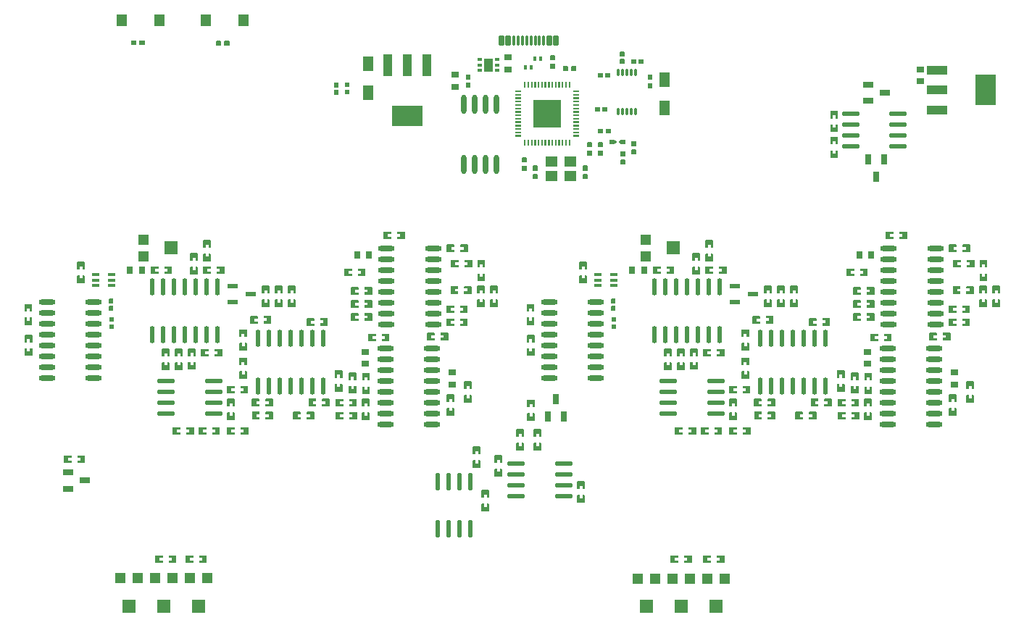
<source format=gtp>
G04*
G04 #@! TF.GenerationSoftware,Altium Limited,Altium Designer,24.8.2 (39)*
G04*
G04 Layer_Color=8421504*
%FSLAX25Y25*%
%MOIN*%
G70*
G04*
G04 #@! TF.SameCoordinates,EEE2A11A-5DF4-4F78-A986-74189AFA003E*
G04*
G04*
G04 #@! TF.FilePolarity,Positive*
G04*
G01*
G75*
%ADD19R,0.01378X0.02165*%
%ADD20R,0.06299X0.05906*%
%ADD21R,0.04724X0.04724*%
%ADD22R,0.04724X0.04724*%
%ADD23R,0.05906X0.06299*%
%ADD24R,0.04842X0.05354*%
%ADD25R,0.04921X0.02756*%
%ADD26R,0.02756X0.04921*%
%ADD27R,0.03543X0.01575*%
%ADD28R,0.04921X0.02362*%
%ADD29R,0.09724X0.03858*%
%ADD30R,0.09724X0.14173*%
%ADD31R,0.05512X0.04724*%
%ADD32R,0.14173X0.09213*%
%ADD33R,0.04331X0.09843*%
%ADD34R,0.05102X0.06919*%
%ADD35R,0.03150X0.03543*%
%ADD36R,0.03543X0.03150*%
%ADD37R,0.01968X0.01378*%
%ADD38R,0.03937X0.06299*%
%ADD39O,0.08051X0.02315*%
%ADD40O,0.02480X0.08858*%
%ADD41O,0.02315X0.08051*%
%ADD42O,0.01181X0.03937*%
%ADD43O,0.07760X0.02370*%
%ADD44O,0.02260X0.08024*%
G04:AMPARAMS|DCode=45|XSize=23.62mil|YSize=45.28mil|CornerRadius=2.95mil|HoleSize=0mil|Usage=FLASHONLY|Rotation=180.000|XOffset=0mil|YOffset=0mil|HoleType=Round|Shape=RoundedRectangle|*
%AMROUNDEDRECTD45*
21,1,0.02362,0.03937,0,0,180.0*
21,1,0.01772,0.04528,0,0,180.0*
1,1,0.00591,-0.00886,0.01968*
1,1,0.00591,0.00886,0.01968*
1,1,0.00591,0.00886,-0.01968*
1,1,0.00591,-0.00886,-0.01968*
%
%ADD45ROUNDEDRECTD45*%
G04:AMPARAMS|DCode=46|XSize=11.81mil|YSize=45.28mil|CornerRadius=1.48mil|HoleSize=0mil|Usage=FLASHONLY|Rotation=180.000|XOffset=0mil|YOffset=0mil|HoleType=Round|Shape=RoundedRectangle|*
%AMROUNDEDRECTD46*
21,1,0.01181,0.04232,0,0,180.0*
21,1,0.00886,0.04528,0,0,180.0*
1,1,0.00295,-0.00443,0.02116*
1,1,0.00295,0.00443,0.02116*
1,1,0.00295,0.00443,-0.02116*
1,1,0.00295,-0.00443,-0.02116*
%
%ADD46ROUNDEDRECTD46*%
G36*
X71871Y303086D02*
Y301314D01*
X71674Y301117D01*
X69784D01*
X69509Y301314D01*
Y303086D01*
X69784Y303283D01*
X71674D01*
X71871Y303086D01*
D02*
G37*
G36*
X68091D02*
Y301314D01*
X67816Y301117D01*
X65926D01*
X65729Y301314D01*
Y303086D01*
X65926Y303283D01*
X67816D01*
X68091Y303086D01*
D02*
G37*
G36*
X110871Y302886D02*
Y301114D01*
X110674Y300917D01*
X108784D01*
X108509Y301114D01*
Y302886D01*
X108784Y303083D01*
X110674D01*
X110871Y302886D01*
D02*
G37*
G36*
X107091D02*
Y301114D01*
X106816Y300917D01*
X104926D01*
X104729Y301114D01*
Y302886D01*
X104926Y303083D01*
X106816D01*
X107091Y302886D01*
D02*
G37*
G36*
X292584Y298004D02*
Y296033D01*
X292427Y295875D01*
X290616D01*
X290458Y296033D01*
Y298004D01*
X290616Y298161D01*
X292427D01*
X292584Y298004D01*
D02*
G37*
G36*
X260665Y296248D02*
Y294358D01*
X260469Y294082D01*
X258697D01*
X258500Y294358D01*
Y296248D01*
X258697Y296445D01*
X260469D01*
X260665Y296248D01*
D02*
G37*
G36*
X292584Y294654D02*
Y292684D01*
X292427Y292526D01*
X290616D01*
X290458Y292684D01*
Y294654D01*
X290616Y294812D01*
X292427D01*
X292584Y294654D01*
D02*
G37*
G36*
X301224Y294487D02*
Y292676D01*
X301066Y292518D01*
X299096D01*
X298938Y292676D01*
Y294487D01*
X299096Y294644D01*
X301066D01*
X301224Y294487D01*
D02*
G37*
G36*
X297875D02*
Y292676D01*
X297717Y292518D01*
X295746D01*
X295589Y292676D01*
Y294487D01*
X295746Y294644D01*
X297717D01*
X297875Y294487D01*
D02*
G37*
G36*
X260665Y292389D02*
Y290500D01*
X260469Y290303D01*
X258697D01*
X258500Y290500D01*
Y292389D01*
X258697Y292665D01*
X260469D01*
X260665Y292389D01*
D02*
G37*
G36*
X270408Y291206D02*
Y289434D01*
X270211Y289237D01*
X268321D01*
X268045Y289434D01*
Y291206D01*
X268321Y291402D01*
X270211D01*
X270408Y291206D01*
D02*
G37*
G36*
X266628D02*
Y289434D01*
X266352Y289237D01*
X264463D01*
X264266Y289434D01*
Y291206D01*
X264463Y291402D01*
X266352D01*
X266628Y291206D01*
D02*
G37*
G36*
X286122Y288206D02*
Y286395D01*
X285964Y286237D01*
X283993D01*
X283836Y286395D01*
Y288206D01*
X283993Y288363D01*
X285964D01*
X286122Y288206D01*
D02*
G37*
G36*
X282772D02*
Y286395D01*
X282615Y286237D01*
X280644D01*
X280486Y286395D01*
Y288206D01*
X280644Y288363D01*
X282615D01*
X282772Y288206D01*
D02*
G37*
G36*
X221783Y287474D02*
Y285584D01*
X221586Y285309D01*
X219814D01*
X219617Y285584D01*
Y287474D01*
X219814Y287671D01*
X221586D01*
X221783Y287474D01*
D02*
G37*
G36*
X305483Y287220D02*
Y285330D01*
X305286Y285055D01*
X303514D01*
X303317Y285330D01*
Y287220D01*
X303514Y287417D01*
X305286D01*
X305483Y287220D01*
D02*
G37*
G36*
X166063Y283864D02*
Y281893D01*
X165905Y281735D01*
X164094D01*
X163937Y281893D01*
Y283864D01*
X164094Y284021D01*
X165905D01*
X166063Y283864D01*
D02*
G37*
G36*
X267649Y281711D02*
X266862D01*
Y284329D01*
X267649D01*
Y281711D01*
D02*
G37*
G36*
X266075D02*
X265288D01*
Y284329D01*
X266075D01*
Y281711D01*
D02*
G37*
G36*
X264500D02*
X263713D01*
Y284329D01*
X264500D01*
Y281711D01*
D02*
G37*
G36*
X262925D02*
X262138D01*
Y284329D01*
X262925D01*
Y281711D01*
D02*
G37*
G36*
X261350D02*
X260563D01*
Y284329D01*
X261350D01*
Y281711D01*
D02*
G37*
G36*
X259775D02*
X258988D01*
Y284329D01*
X259775D01*
Y281711D01*
D02*
G37*
G36*
X258201D02*
X257414D01*
Y284329D01*
X258201D01*
Y281711D01*
D02*
G37*
G36*
X256626D02*
X255839D01*
Y284329D01*
X256626D01*
Y281711D01*
D02*
G37*
G36*
X255051D02*
X254264D01*
Y284329D01*
X255051D01*
Y281711D01*
D02*
G37*
G36*
X253476D02*
X252689D01*
Y284329D01*
X253476D01*
Y281711D01*
D02*
G37*
G36*
X251901D02*
X251114D01*
Y284329D01*
X251901D01*
Y281711D01*
D02*
G37*
G36*
X250327D02*
X249540D01*
Y284329D01*
X250327D01*
Y281711D01*
D02*
G37*
G36*
X248752D02*
X247965D01*
Y284329D01*
X248752D01*
Y281711D01*
D02*
G37*
G36*
X247177D02*
X246390D01*
Y284329D01*
X247177D01*
Y281711D01*
D02*
G37*
G36*
X161124Y283836D02*
Y281865D01*
X160967Y281708D01*
X159156D01*
X158998Y281865D01*
Y283836D01*
X159156Y283994D01*
X160967D01*
X161124Y283836D01*
D02*
G37*
G36*
X221783Y283616D02*
Y281726D01*
X221586Y281529D01*
X219814D01*
X219617Y281726D01*
Y283616D01*
X219814Y283891D01*
X221586D01*
X221783Y283616D01*
D02*
G37*
G36*
X305483Y283362D02*
Y281472D01*
X305286Y281275D01*
X303514D01*
X303317Y281472D01*
Y283362D01*
X303514Y283637D01*
X305286D01*
X305483Y283362D01*
D02*
G37*
G36*
X271745Y279446D02*
X269127D01*
Y280233D01*
X271745D01*
Y279446D01*
D02*
G37*
G36*
X244914D02*
X242296D01*
Y280233D01*
X244914D01*
Y279446D01*
D02*
G37*
G36*
X166063Y280515D02*
Y278544D01*
X165905Y278386D01*
X164094D01*
X163937Y278544D01*
Y280515D01*
X164094Y280673D01*
X165905D01*
X166063Y280515D01*
D02*
G37*
G36*
X161124Y280487D02*
Y278516D01*
X160967Y278359D01*
X159156D01*
X158998Y278516D01*
Y280487D01*
X159156Y280645D01*
X160967D01*
X161124Y280487D01*
D02*
G37*
G36*
X271745Y277872D02*
X269127D01*
Y278659D01*
X271745D01*
Y277872D01*
D02*
G37*
G36*
X244914D02*
X242296D01*
Y278659D01*
X244914D01*
Y277872D01*
D02*
G37*
G36*
X271745Y276297D02*
X269127D01*
Y277084D01*
X271745D01*
Y276297D01*
D02*
G37*
G36*
X244914D02*
X242296D01*
Y277084D01*
X244914D01*
Y276297D01*
D02*
G37*
G36*
X271745Y274722D02*
X269127D01*
Y275509D01*
X271745D01*
Y274722D01*
D02*
G37*
G36*
X244914D02*
X242296D01*
Y275509D01*
X244914D01*
Y274722D01*
D02*
G37*
G36*
X271745Y273147D02*
X269127D01*
Y273934D01*
X271745D01*
Y273147D01*
D02*
G37*
G36*
X244914D02*
X242296D01*
Y273934D01*
X244914D01*
Y273147D01*
D02*
G37*
G36*
X271745Y271572D02*
X269127D01*
Y272359D01*
X271745D01*
Y271572D01*
D02*
G37*
G36*
X244914D02*
X242296D01*
Y272359D01*
X244914D01*
Y271572D01*
D02*
G37*
G36*
X284696Y272425D02*
Y270614D01*
X284539Y270457D01*
X282568D01*
X282410Y270614D01*
Y272425D01*
X282568Y272583D01*
X284539D01*
X284696Y272425D01*
D02*
G37*
G36*
X281347D02*
Y270614D01*
X281190Y270457D01*
X279219D01*
X279061Y270614D01*
Y272425D01*
X279219Y272583D01*
X281190D01*
X281347Y272425D01*
D02*
G37*
G36*
X271745Y269998D02*
X269127D01*
Y270785D01*
X271745D01*
Y269998D01*
D02*
G37*
G36*
X244914D02*
X242296D01*
Y270785D01*
X244914D01*
Y269998D01*
D02*
G37*
G36*
X271745Y268423D02*
X269127D01*
Y269210D01*
X271745D01*
Y268423D01*
D02*
G37*
G36*
X244914D02*
X242296D01*
Y269210D01*
X244914D01*
Y268423D01*
D02*
G37*
G36*
X390772Y270671D02*
Y267521D01*
X390575Y267324D01*
X389622D01*
Y268781D01*
X388323D01*
Y267324D01*
X387425D01*
X387228Y267521D01*
Y270671D01*
X387425Y270868D01*
X390575D01*
X390772Y270671D01*
D02*
G37*
G36*
X271745Y266848D02*
X269127D01*
Y267635D01*
X271745D01*
Y266848D01*
D02*
G37*
G36*
X244914D02*
X242296D01*
Y267635D01*
X244914D01*
Y266848D01*
D02*
G37*
G36*
X271745Y265273D02*
X269127D01*
Y266060D01*
X271745D01*
Y265273D01*
D02*
G37*
G36*
X244914D02*
X242296D01*
Y266060D01*
X244914D01*
Y265273D01*
D02*
G37*
G36*
X271745Y263698D02*
X269127D01*
Y264485D01*
X271745D01*
Y263698D01*
D02*
G37*
G36*
X244914D02*
X242296D01*
Y264485D01*
X244914D01*
Y263698D01*
D02*
G37*
G36*
X263319Y263304D02*
X250721D01*
Y275903D01*
X263319D01*
Y263304D01*
D02*
G37*
G36*
X390772Y264411D02*
Y261261D01*
X390575Y261064D01*
X387425D01*
X387228Y261261D01*
Y264411D01*
X387425Y264608D01*
X388378D01*
Y263151D01*
X389677D01*
Y264608D01*
X390575D01*
X390772Y264411D01*
D02*
G37*
G36*
X271745Y262124D02*
X269127D01*
Y262911D01*
X271745D01*
Y262124D01*
D02*
G37*
G36*
X244914D02*
X242296D01*
Y262911D01*
X244914D01*
Y262124D01*
D02*
G37*
G36*
X271745Y260549D02*
X269127D01*
Y261336D01*
X271745D01*
Y260549D01*
D02*
G37*
G36*
X244914D02*
X242296D01*
Y261336D01*
X244914D01*
Y260549D01*
D02*
G37*
G36*
X286508Y262405D02*
Y260634D01*
X286311Y260437D01*
X284421D01*
X284145Y260634D01*
Y262405D01*
X284421Y262602D01*
X286311D01*
X286508Y262405D01*
D02*
G37*
G36*
X282728D02*
Y260634D01*
X282453Y260437D01*
X280563D01*
X280366Y260634D01*
Y262405D01*
X280563Y262602D01*
X282453D01*
X282728Y262405D01*
D02*
G37*
G36*
X271745Y258974D02*
X269127D01*
Y259761D01*
X271745D01*
Y258974D01*
D02*
G37*
G36*
X244914D02*
X242296D01*
Y259761D01*
X244914D01*
Y258974D01*
D02*
G37*
G36*
X293138Y257425D02*
Y255614D01*
X292980Y255457D01*
X291026D01*
X289968Y256179D01*
Y256860D01*
X291026Y257583D01*
X292980D01*
X293138Y257425D01*
D02*
G37*
G36*
X288905Y256860D02*
Y256179D01*
X287848Y255457D01*
X285893D01*
X285736Y255614D01*
Y257425D01*
X285893Y257583D01*
X287848D01*
X288905Y256860D01*
D02*
G37*
G36*
X390772Y258739D02*
Y255589D01*
X390575Y255392D01*
X389622D01*
Y256849D01*
X388323D01*
Y255392D01*
X387425D01*
X387228Y255589D01*
Y258739D01*
X387425Y258936D01*
X390575D01*
X390772Y258739D01*
D02*
G37*
G36*
X267649Y254880D02*
X266862D01*
Y257498D01*
X267649D01*
Y254880D01*
D02*
G37*
G36*
X266075D02*
X265288D01*
Y257498D01*
X266075D01*
Y254880D01*
D02*
G37*
G36*
X264500D02*
X263713D01*
Y257498D01*
X264500D01*
Y254880D01*
D02*
G37*
G36*
X262925D02*
X262138D01*
Y257498D01*
X262925D01*
Y254880D01*
D02*
G37*
G36*
X261350D02*
X260563D01*
Y257498D01*
X261350D01*
Y254880D01*
D02*
G37*
G36*
X259775D02*
X258988D01*
Y257498D01*
X259775D01*
Y254880D01*
D02*
G37*
G36*
X258201D02*
X257414D01*
Y257498D01*
X258201D01*
Y254880D01*
D02*
G37*
G36*
X256626D02*
X255839D01*
Y257498D01*
X256626D01*
Y254880D01*
D02*
G37*
G36*
X255051D02*
X254264D01*
Y257498D01*
X255051D01*
Y254880D01*
D02*
G37*
G36*
X253476D02*
X252689D01*
Y257498D01*
X253476D01*
Y254880D01*
D02*
G37*
G36*
X251901D02*
X251114D01*
Y257498D01*
X251901D01*
Y254880D01*
D02*
G37*
G36*
X250327D02*
X249540D01*
Y257498D01*
X250327D01*
Y254880D01*
D02*
G37*
G36*
X248752D02*
X247965D01*
Y257498D01*
X248752D01*
Y254880D01*
D02*
G37*
G36*
X247177D02*
X246390D01*
Y257498D01*
X247177D01*
Y254880D01*
D02*
G37*
G36*
X297911Y256807D02*
Y254918D01*
X297714Y254642D01*
X295942D01*
X295746Y254918D01*
Y256807D01*
X295942Y257004D01*
X297714D01*
X297911Y256807D01*
D02*
G37*
G36*
X282665Y256248D02*
Y254358D01*
X282469Y254082D01*
X280697D01*
X280500Y254358D01*
Y256248D01*
X280697Y256445D01*
X282469D01*
X282665Y256248D01*
D02*
G37*
G36*
X277665D02*
Y254358D01*
X277468Y254082D01*
X275697D01*
X275500Y254358D01*
Y256248D01*
X275697Y256445D01*
X277468D01*
X277665Y256248D01*
D02*
G37*
G36*
X390772Y252479D02*
Y249329D01*
X390575Y249132D01*
X387425D01*
X387228Y249329D01*
Y252479D01*
X387425Y252676D01*
X388378D01*
Y251219D01*
X389677D01*
Y252676D01*
X390575D01*
X390772Y252479D01*
D02*
G37*
G36*
X297911Y252949D02*
Y251059D01*
X297714Y250863D01*
X295942D01*
X295746Y251059D01*
Y252949D01*
X295942Y253225D01*
X297714D01*
X297911Y252949D01*
D02*
G37*
G36*
X282665Y252389D02*
Y250500D01*
X282469Y250303D01*
X280697D01*
X280500Y250500D01*
Y252389D01*
X280697Y252665D01*
X282469D01*
X282665Y252389D01*
D02*
G37*
G36*
X277665D02*
Y250500D01*
X277468Y250303D01*
X275697D01*
X275500Y250500D01*
Y252389D01*
X275697Y252665D01*
X277468D01*
X277665Y252389D01*
D02*
G37*
G36*
X293011Y252107D02*
Y250218D01*
X292814Y249942D01*
X291042D01*
X290846Y250218D01*
Y252107D01*
X291042Y252304D01*
X292814D01*
X293011Y252107D01*
D02*
G37*
G36*
X247665Y249248D02*
Y247358D01*
X247468Y247082D01*
X245697D01*
X245500Y247358D01*
Y249248D01*
X245697Y249445D01*
X247468D01*
X247665Y249248D01*
D02*
G37*
G36*
X293011Y248249D02*
Y246359D01*
X292814Y246163D01*
X291042D01*
X290846Y246359D01*
Y248249D01*
X291042Y248525D01*
X292814D01*
X293011Y248249D01*
D02*
G37*
G36*
X275665Y245540D02*
Y243650D01*
X275469Y243374D01*
X273697D01*
X273500Y243650D01*
Y245540D01*
X273697Y245737D01*
X275469D01*
X275665Y245540D01*
D02*
G37*
G36*
X252665Y245540D02*
Y243650D01*
X252468Y243374D01*
X250697D01*
X250500Y243650D01*
Y245540D01*
X250697Y245737D01*
X252468D01*
X252665Y245540D01*
D02*
G37*
G36*
X247665Y245389D02*
Y243500D01*
X247468Y243303D01*
X245697D01*
X245500Y243500D01*
Y245389D01*
X245697Y245665D01*
X247468D01*
X247665Y245389D01*
D02*
G37*
G36*
X275665Y241682D02*
Y239792D01*
X275469Y239595D01*
X273697D01*
X273500Y239792D01*
Y241682D01*
X273697Y241957D01*
X275469D01*
X275665Y241682D01*
D02*
G37*
G36*
X252665Y241681D02*
Y239792D01*
X252468Y239595D01*
X250697D01*
X250500Y239792D01*
Y241681D01*
X250697Y241957D01*
X252468D01*
X252665Y241681D01*
D02*
G37*
G36*
X416258Y215095D02*
Y214142D01*
X414802D01*
Y212842D01*
X416258D01*
Y211945D01*
X416061Y211748D01*
X412912D01*
X412715Y211945D01*
Y215095D01*
X412912Y215291D01*
X416061D01*
X416258Y215095D01*
D02*
G37*
G36*
X185258D02*
Y214142D01*
X183802D01*
Y212842D01*
X185258D01*
Y211945D01*
X185062Y211748D01*
X181912D01*
X181715Y211945D01*
Y215095D01*
X181912Y215291D01*
X185062D01*
X185258Y215095D01*
D02*
G37*
G36*
X422518Y215094D02*
Y211945D01*
X422322Y211748D01*
X419172D01*
X418975Y211945D01*
Y212898D01*
X420432D01*
Y214197D01*
X418975D01*
Y215094D01*
X419172Y215291D01*
X422322D01*
X422518Y215094D01*
D02*
G37*
G36*
X191518D02*
Y211945D01*
X191322Y211748D01*
X188172D01*
X187975Y211945D01*
Y212898D01*
X189432D01*
Y214197D01*
X187975D01*
Y215094D01*
X188172Y215291D01*
X191322D01*
X191518Y215094D01*
D02*
G37*
G36*
X333354Y211259D02*
Y208109D01*
X333158Y207912D01*
X332205D01*
Y209369D01*
X330906D01*
Y207912D01*
X330008D01*
X329811Y208109D01*
Y211259D01*
X330008Y211455D01*
X333158D01*
X333354Y211259D01*
D02*
G37*
G36*
X102354D02*
Y208109D01*
X102158Y207912D01*
X101205D01*
Y209369D01*
X99906D01*
Y207912D01*
X99008D01*
X98811Y208109D01*
Y211259D01*
X99008Y211455D01*
X102158D01*
X102354Y211259D01*
D02*
G37*
G36*
X445378Y209202D02*
Y208249D01*
X443921D01*
Y206950D01*
X445378D01*
Y206053D01*
X445181Y205856D01*
X442031D01*
X441834Y206053D01*
Y209202D01*
X442031Y209399D01*
X445181D01*
X445378Y209202D01*
D02*
G37*
G36*
X214378D02*
Y208249D01*
X212921D01*
Y206950D01*
X214378D01*
Y206053D01*
X214181Y205856D01*
X211031D01*
X210834Y206053D01*
Y209202D01*
X211031Y209399D01*
X214181D01*
X214378Y209202D01*
D02*
G37*
G36*
X451638Y209202D02*
Y206053D01*
X451441Y205856D01*
X448291D01*
X448094Y206053D01*
Y207006D01*
X449551D01*
Y208305D01*
X448094D01*
Y209202D01*
X448291Y209399D01*
X451441D01*
X451638Y209202D01*
D02*
G37*
G36*
X220637D02*
Y206053D01*
X220441Y205856D01*
X217291D01*
X217094Y206053D01*
Y207006D01*
X218551D01*
Y208305D01*
X217094D01*
Y209202D01*
X217291Y209399D01*
X220441D01*
X220637Y209202D01*
D02*
G37*
G36*
X333354Y204998D02*
Y201849D01*
X333157Y201652D01*
X330008D01*
X329811Y201849D01*
Y204998D01*
X330008Y205195D01*
X330961D01*
Y203739D01*
X332260D01*
Y205195D01*
X333157D01*
X333354Y204998D01*
D02*
G37*
G36*
X102354D02*
Y201849D01*
X102157Y201652D01*
X99008D01*
X98811Y201849D01*
Y204998D01*
X99008Y205195D01*
X99961D01*
Y203739D01*
X101260D01*
Y205195D01*
X102157D01*
X102354Y204998D01*
D02*
G37*
G36*
X327354Y205190D02*
Y202041D01*
X327158Y201844D01*
X326205D01*
Y203301D01*
X324905D01*
Y201844D01*
X324008D01*
X323811Y202041D01*
Y205190D01*
X324008Y205387D01*
X327158D01*
X327354Y205190D01*
D02*
G37*
G36*
X96354D02*
Y202041D01*
X96158Y201844D01*
X95205D01*
Y203301D01*
X93906D01*
Y201844D01*
X93008D01*
X92811Y202041D01*
Y205190D01*
X93008Y205387D01*
X96158D01*
X96354Y205190D01*
D02*
G37*
G36*
X447258Y202095D02*
Y201142D01*
X445802D01*
Y199843D01*
X447258D01*
Y198945D01*
X447061Y198748D01*
X443912D01*
X443715Y198945D01*
Y202095D01*
X443912Y202291D01*
X447061D01*
X447258Y202095D01*
D02*
G37*
G36*
X216258D02*
Y201142D01*
X214802D01*
Y199843D01*
X216258D01*
Y198945D01*
X216061Y198748D01*
X212912D01*
X212715Y198945D01*
Y202095D01*
X212912Y202291D01*
X216061D01*
X216258Y202095D01*
D02*
G37*
G36*
X453518Y202094D02*
Y198945D01*
X453322Y198748D01*
X450172D01*
X449975Y198945D01*
Y199898D01*
X451432D01*
Y201197D01*
X449975D01*
Y202094D01*
X450172Y202291D01*
X453322D01*
X453518Y202094D01*
D02*
G37*
G36*
X222518D02*
Y198945D01*
X222322Y198748D01*
X219172D01*
X218975Y198945D01*
Y199898D01*
X220432D01*
Y201197D01*
X218975D01*
Y202094D01*
X219172Y202291D01*
X222322D01*
X222518Y202094D01*
D02*
G37*
G36*
X459462Y202071D02*
Y198922D01*
X459265Y198725D01*
X458313D01*
Y200182D01*
X457013D01*
Y198725D01*
X456116D01*
X455919Y198922D01*
Y202071D01*
X456116Y202268D01*
X459265D01*
X459462Y202071D01*
D02*
G37*
G36*
X228462D02*
Y198922D01*
X228265Y198725D01*
X227312D01*
Y200182D01*
X226013D01*
Y198725D01*
X225116D01*
X224919Y198922D01*
Y202071D01*
X225116Y202268D01*
X228265D01*
X228462Y202071D01*
D02*
G37*
G36*
X275354Y201258D02*
Y198109D01*
X275158Y197912D01*
X274205D01*
Y199369D01*
X272905D01*
Y197912D01*
X272008D01*
X271811Y198109D01*
Y201258D01*
X272008Y201455D01*
X275158D01*
X275354Y201258D01*
D02*
G37*
G36*
X44354D02*
Y198109D01*
X44158Y197912D01*
X43205D01*
Y199369D01*
X41906D01*
Y197912D01*
X41008D01*
X40811Y198109D01*
Y201258D01*
X41008Y201455D01*
X44158D01*
X44354Y201258D01*
D02*
G37*
G36*
X327354Y198931D02*
Y195781D01*
X327157Y195584D01*
X324008D01*
X323811Y195781D01*
Y198931D01*
X324008Y199127D01*
X324961D01*
Y197671D01*
X326260D01*
Y199127D01*
X327157D01*
X327354Y198931D01*
D02*
G37*
G36*
X96354D02*
Y195781D01*
X96157Y195584D01*
X93008D01*
X92811Y195781D01*
Y198931D01*
X93008Y199127D01*
X93961D01*
Y197671D01*
X95260D01*
Y199127D01*
X96157D01*
X96354Y198931D01*
D02*
G37*
G36*
X333258Y199095D02*
Y198142D01*
X331802D01*
Y196843D01*
X333258D01*
Y195945D01*
X333062Y195748D01*
X329912D01*
X329715Y195945D01*
Y199095D01*
X329912Y199291D01*
X333062D01*
X333258Y199095D01*
D02*
G37*
G36*
X309190D02*
Y198142D01*
X307734D01*
Y196843D01*
X309190D01*
Y195945D01*
X308994Y195748D01*
X305844D01*
X305647Y195945D01*
Y199095D01*
X305844Y199291D01*
X308994D01*
X309190Y199095D01*
D02*
G37*
G36*
X102258D02*
Y198142D01*
X100802D01*
Y196843D01*
X102258D01*
Y195945D01*
X102061Y195748D01*
X98912D01*
X98715Y195945D01*
Y199095D01*
X98912Y199291D01*
X102061D01*
X102258Y199095D01*
D02*
G37*
G36*
X78190D02*
Y198142D01*
X76734D01*
Y196843D01*
X78190D01*
Y195945D01*
X77994Y195748D01*
X74844D01*
X74647Y195945D01*
Y199095D01*
X74844Y199291D01*
X77994D01*
X78190Y199095D01*
D02*
G37*
G36*
X339518Y199094D02*
Y195945D01*
X339321Y195748D01*
X336172D01*
X335975Y195945D01*
Y196898D01*
X337432D01*
Y198197D01*
X335975D01*
Y199094D01*
X336172Y199291D01*
X339321D01*
X339518Y199094D01*
D02*
G37*
G36*
X315450D02*
Y195945D01*
X315253Y195748D01*
X312104D01*
X311907Y195945D01*
Y196898D01*
X313364D01*
Y198197D01*
X311907D01*
Y199094D01*
X312104Y199291D01*
X315253D01*
X315450Y199094D01*
D02*
G37*
G36*
X108518D02*
Y195945D01*
X108321Y195748D01*
X105172D01*
X104975Y195945D01*
Y196898D01*
X106432D01*
Y198197D01*
X104975D01*
Y199094D01*
X105172Y199291D01*
X108321D01*
X108518Y199094D01*
D02*
G37*
G36*
X84450D02*
Y195945D01*
X84254Y195748D01*
X81104D01*
X80907Y195945D01*
Y196898D01*
X82364D01*
Y198197D01*
X80907D01*
Y199094D01*
X81104Y199291D01*
X84254D01*
X84450Y199094D01*
D02*
G37*
G36*
X398190Y198095D02*
Y197142D01*
X396734D01*
Y195843D01*
X398190D01*
Y194945D01*
X397993Y194748D01*
X394844D01*
X394647Y194945D01*
Y198095D01*
X394844Y198291D01*
X397993D01*
X398190Y198095D01*
D02*
G37*
G36*
X167190D02*
Y197142D01*
X165734D01*
Y195843D01*
X167190D01*
Y194945D01*
X166993Y194748D01*
X163844D01*
X163647Y194945D01*
Y198095D01*
X163844Y198291D01*
X166993D01*
X167190Y198095D01*
D02*
G37*
G36*
X404450Y198094D02*
Y194945D01*
X404253Y194748D01*
X401104D01*
X400907Y194945D01*
Y195898D01*
X402364D01*
Y197197D01*
X400907D01*
Y198094D01*
X401104Y198291D01*
X404253D01*
X404450Y198094D01*
D02*
G37*
G36*
X173450D02*
Y194945D01*
X173254Y194748D01*
X170104D01*
X169907Y194945D01*
Y195898D01*
X171364D01*
Y197197D01*
X169907D01*
Y198094D01*
X170104Y198291D01*
X173254D01*
X173450Y198094D01*
D02*
G37*
G36*
X459462Y195811D02*
Y192662D01*
X459265Y192465D01*
X456116D01*
X455919Y192662D01*
Y195811D01*
X456116Y196008D01*
X457068D01*
Y194552D01*
X458368D01*
Y196008D01*
X459265D01*
X459462Y195811D01*
D02*
G37*
G36*
X228462D02*
Y192662D01*
X228265Y192465D01*
X225116D01*
X224919Y192662D01*
Y195811D01*
X225116Y196008D01*
X226068D01*
Y194552D01*
X227368D01*
Y196008D01*
X228265D01*
X228462Y195811D01*
D02*
G37*
G36*
X275354Y194999D02*
Y191849D01*
X275157Y191652D01*
X272008D01*
X271811Y191849D01*
Y194999D01*
X272008Y195195D01*
X272961D01*
Y193739D01*
X274260D01*
Y195195D01*
X275157D01*
X275354Y194999D01*
D02*
G37*
G36*
X44354D02*
Y191849D01*
X44157Y191652D01*
X41008D01*
X40811Y191849D01*
Y194999D01*
X41008Y195195D01*
X41961D01*
Y193739D01*
X43260D01*
Y195195D01*
X44157D01*
X44354Y194999D01*
D02*
G37*
G36*
X459354Y190259D02*
Y187109D01*
X459158Y186912D01*
X458205D01*
Y188369D01*
X456906D01*
Y186912D01*
X456008D01*
X455811Y187109D01*
Y190259D01*
X456008Y190455D01*
X459158D01*
X459354Y190259D01*
D02*
G37*
G36*
X228354D02*
Y187109D01*
X228158Y186912D01*
X227205D01*
Y188369D01*
X225905D01*
Y186912D01*
X225008D01*
X224811Y187109D01*
Y190259D01*
X225008Y190455D01*
X228158D01*
X228354Y190259D01*
D02*
G37*
G36*
X465354Y190190D02*
Y187041D01*
X465158Y186844D01*
X464205D01*
Y188301D01*
X462906D01*
Y186844D01*
X462008D01*
X461811Y187041D01*
Y190190D01*
X462008Y190387D01*
X465158D01*
X465354Y190190D01*
D02*
G37*
G36*
X372354D02*
Y187041D01*
X372158Y186844D01*
X371205D01*
Y188301D01*
X369905D01*
Y186844D01*
X369008D01*
X368811Y187041D01*
Y190190D01*
X369008Y190387D01*
X372158D01*
X372354Y190190D01*
D02*
G37*
G36*
X366354D02*
Y187041D01*
X366158Y186844D01*
X365205D01*
Y188301D01*
X363906D01*
Y186844D01*
X363008D01*
X362811Y187041D01*
Y190190D01*
X363008Y190387D01*
X366158D01*
X366354Y190190D01*
D02*
G37*
G36*
X360354D02*
Y187041D01*
X360158Y186844D01*
X359205D01*
Y188301D01*
X357906D01*
Y186844D01*
X357008D01*
X356811Y187041D01*
Y190190D01*
X357008Y190387D01*
X360158D01*
X360354Y190190D01*
D02*
G37*
G36*
X234354D02*
Y187041D01*
X234158Y186844D01*
X233205D01*
Y188301D01*
X231906D01*
Y186844D01*
X231008D01*
X230811Y187041D01*
Y190190D01*
X231008Y190387D01*
X234158D01*
X234354Y190190D01*
D02*
G37*
G36*
X141354D02*
Y187041D01*
X141158Y186844D01*
X140205D01*
Y188301D01*
X138906D01*
Y186844D01*
X138008D01*
X137811Y187041D01*
Y190190D01*
X138008Y190387D01*
X141158D01*
X141354Y190190D01*
D02*
G37*
G36*
X135354D02*
Y187041D01*
X135158Y186844D01*
X134205D01*
Y188301D01*
X132905D01*
Y186844D01*
X132008D01*
X131811Y187041D01*
Y190190D01*
X132008Y190387D01*
X135158D01*
X135354Y190190D01*
D02*
G37*
G36*
X129354D02*
Y187041D01*
X129158Y186844D01*
X128205D01*
Y188301D01*
X126906D01*
Y186844D01*
X126008D01*
X125811Y187041D01*
Y190190D01*
X126008Y190387D01*
X129158D01*
X129354Y190190D01*
D02*
G37*
G36*
X447071Y189987D02*
Y189034D01*
X445614D01*
Y187735D01*
X447071D01*
Y186837D01*
X446874Y186640D01*
X443725D01*
X443528Y186837D01*
Y189987D01*
X443725Y190183D01*
X446874D01*
X447071Y189987D01*
D02*
G37*
G36*
X216071D02*
Y189034D01*
X214615D01*
Y187735D01*
X216071D01*
Y186837D01*
X215874Y186640D01*
X212725D01*
X212528Y186837D01*
Y189987D01*
X212725Y190183D01*
X215874D01*
X216071Y189987D01*
D02*
G37*
G36*
X453331Y189987D02*
Y186837D01*
X453134Y186640D01*
X449985D01*
X449788Y186837D01*
Y187790D01*
X451244D01*
Y189089D01*
X449788D01*
Y189987D01*
X449985Y190183D01*
X453134D01*
X453331Y189987D01*
D02*
G37*
G36*
X222331D02*
Y186837D01*
X222134Y186640D01*
X218985D01*
X218788Y186837D01*
Y187790D01*
X220245D01*
Y189089D01*
X218788D01*
Y189987D01*
X218985Y190183D01*
X222134D01*
X222331Y189987D01*
D02*
G37*
G36*
X401258Y189595D02*
Y188642D01*
X399802D01*
Y187343D01*
X401258D01*
Y186445D01*
X401061Y186248D01*
X397912D01*
X397715Y186445D01*
Y189595D01*
X397912Y189791D01*
X401061D01*
X401258Y189595D01*
D02*
G37*
G36*
X170258D02*
Y188642D01*
X168802D01*
Y187343D01*
X170258D01*
Y186445D01*
X170062Y186248D01*
X166912D01*
X166715Y186445D01*
Y189595D01*
X166912Y189791D01*
X170062D01*
X170258Y189595D01*
D02*
G37*
G36*
X407518Y189594D02*
Y186445D01*
X407322Y186248D01*
X404172D01*
X403975Y186445D01*
Y187398D01*
X405432D01*
Y188697D01*
X403975D01*
Y189594D01*
X404172Y189791D01*
X407322D01*
X407518Y189594D01*
D02*
G37*
G36*
X176518D02*
Y186445D01*
X176321Y186248D01*
X173172D01*
X172975Y186445D01*
Y187398D01*
X174432D01*
Y188697D01*
X172975D01*
Y189594D01*
X173172Y189791D01*
X176321D01*
X176518Y189594D01*
D02*
G37*
G36*
X459354Y183999D02*
Y180849D01*
X459157Y180652D01*
X456008D01*
X455811Y180849D01*
Y183999D01*
X456008Y184195D01*
X456961D01*
Y182739D01*
X458260D01*
Y184195D01*
X459157D01*
X459354Y183999D01*
D02*
G37*
G36*
X228354D02*
Y180849D01*
X228157Y180652D01*
X225008D01*
X224811Y180849D01*
Y183999D01*
X225008Y184195D01*
X225961D01*
Y182739D01*
X227260D01*
Y184195D01*
X228157D01*
X228354Y183999D01*
D02*
G37*
G36*
X465354Y183931D02*
Y180781D01*
X465157Y180584D01*
X462008D01*
X461811Y180781D01*
Y183931D01*
X462008Y184127D01*
X462961D01*
Y182671D01*
X464260D01*
Y184127D01*
X465157D01*
X465354Y183931D01*
D02*
G37*
G36*
X372354D02*
Y180781D01*
X372157Y180584D01*
X369008D01*
X368811Y180781D01*
Y183931D01*
X369008Y184127D01*
X369961D01*
Y182671D01*
X371260D01*
Y184127D01*
X372157D01*
X372354Y183931D01*
D02*
G37*
G36*
X366354D02*
Y180781D01*
X366157Y180584D01*
X363008D01*
X362811Y180781D01*
Y183931D01*
X363008Y184127D01*
X363961D01*
Y182671D01*
X365260D01*
Y184127D01*
X366157D01*
X366354Y183931D01*
D02*
G37*
G36*
X360354D02*
Y180781D01*
X360157Y180584D01*
X357008D01*
X356811Y180781D01*
Y183931D01*
X357008Y184127D01*
X357961D01*
Y182671D01*
X359260D01*
Y184127D01*
X360157D01*
X360354Y183931D01*
D02*
G37*
G36*
X234354D02*
Y180781D01*
X234157Y180584D01*
X231008D01*
X230811Y180781D01*
Y183931D01*
X231008Y184127D01*
X231961D01*
Y182671D01*
X233260D01*
Y184127D01*
X234157D01*
X234354Y183931D01*
D02*
G37*
G36*
X141354D02*
Y180781D01*
X141157Y180584D01*
X138008D01*
X137811Y180781D01*
Y183931D01*
X138008Y184127D01*
X138961D01*
Y182671D01*
X140260D01*
Y184127D01*
X141157D01*
X141354Y183931D01*
D02*
G37*
G36*
X135354D02*
Y180781D01*
X135157Y180584D01*
X132008D01*
X131811Y180781D01*
Y183931D01*
X132008Y184127D01*
X132961D01*
Y182671D01*
X134260D01*
Y184127D01*
X135157D01*
X135354Y183931D01*
D02*
G37*
G36*
X129354D02*
Y180781D01*
X129157Y180584D01*
X126008D01*
X125811Y180781D01*
Y183931D01*
X126008Y184127D01*
X126961D01*
Y182671D01*
X128260D01*
Y184127D01*
X129157D01*
X129354Y183931D01*
D02*
G37*
G36*
X288516Y184324D02*
Y182353D01*
X288358Y182196D01*
X286547D01*
X286390Y182353D01*
Y184324D01*
X286547Y184482D01*
X288358D01*
X288516Y184324D01*
D02*
G37*
G36*
X57516D02*
Y182353D01*
X57358Y182196D01*
X55547D01*
X55390Y182353D01*
Y184324D01*
X55547Y184482D01*
X57358D01*
X57516Y184324D01*
D02*
G37*
G36*
X401258Y183595D02*
Y182642D01*
X399802D01*
Y181342D01*
X401258D01*
Y180445D01*
X401061Y180248D01*
X397912D01*
X397715Y180445D01*
Y183595D01*
X397912Y183791D01*
X401061D01*
X401258Y183595D01*
D02*
G37*
G36*
X170258D02*
Y182642D01*
X168802D01*
Y181342D01*
X170258D01*
Y180445D01*
X170062Y180248D01*
X166912D01*
X166715Y180445D01*
Y183595D01*
X166912Y183791D01*
X170062D01*
X170258Y183595D01*
D02*
G37*
G36*
X407518Y183594D02*
Y180445D01*
X407322Y180248D01*
X404172D01*
X403975Y180445D01*
Y181398D01*
X405432D01*
Y182697D01*
X403975D01*
Y183594D01*
X404172Y183791D01*
X407322D01*
X407518Y183594D01*
D02*
G37*
G36*
X176518D02*
Y180445D01*
X176321Y180248D01*
X173172D01*
X172975Y180445D01*
Y181398D01*
X174432D01*
Y182697D01*
X172975D01*
Y183594D01*
X173172Y183791D01*
X176321D01*
X176518Y183594D01*
D02*
G37*
G36*
X288516Y180975D02*
Y179004D01*
X288358Y178847D01*
X286547D01*
X286390Y179004D01*
Y180975D01*
X286547Y181133D01*
X288358D01*
X288516Y180975D01*
D02*
G37*
G36*
X57516D02*
Y179004D01*
X57358Y178847D01*
X55547D01*
X55390Y179004D01*
Y180975D01*
X55547Y181133D01*
X57358D01*
X57516Y180975D01*
D02*
G37*
G36*
X251116Y181818D02*
Y178669D01*
X250920Y178472D01*
X249967D01*
Y179929D01*
X248668D01*
Y178472D01*
X247770D01*
X247573Y178669D01*
Y181818D01*
X247770Y182015D01*
X250920D01*
X251116Y181818D01*
D02*
G37*
G36*
X20117D02*
Y178669D01*
X19920Y178472D01*
X18967D01*
Y179929D01*
X17668D01*
Y178472D01*
X16770D01*
X16573Y178669D01*
Y181818D01*
X16770Y182015D01*
X19920D01*
X20117Y181818D01*
D02*
G37*
G36*
X445190Y181095D02*
Y180142D01*
X443734D01*
Y178842D01*
X445190D01*
Y177945D01*
X444993Y177748D01*
X441844D01*
X441647Y177945D01*
Y181095D01*
X441844Y181291D01*
X444993D01*
X445190Y181095D01*
D02*
G37*
G36*
X214190D02*
Y180142D01*
X212734D01*
Y178842D01*
X214190D01*
Y177945D01*
X213994Y177748D01*
X210844D01*
X210647Y177945D01*
Y181095D01*
X210844Y181291D01*
X213994D01*
X214190Y181095D01*
D02*
G37*
G36*
X451450Y181094D02*
Y177945D01*
X451254Y177748D01*
X448104D01*
X447907Y177945D01*
Y178898D01*
X449364D01*
Y180197D01*
X447907D01*
Y181094D01*
X448104Y181291D01*
X451254D01*
X451450Y181094D01*
D02*
G37*
G36*
X220450D02*
Y177945D01*
X220253Y177748D01*
X217104D01*
X216907Y177945D01*
Y178898D01*
X218364D01*
Y180197D01*
X216907D01*
Y181094D01*
X217104Y181291D01*
X220253D01*
X220450Y181094D01*
D02*
G37*
G36*
X251116Y175558D02*
Y172409D01*
X250920Y172212D01*
X247770D01*
X247573Y172409D01*
Y175558D01*
X247770Y175755D01*
X248723D01*
Y174299D01*
X250022D01*
Y175755D01*
X250920D01*
X251116Y175558D01*
D02*
G37*
G36*
X20116D02*
Y172409D01*
X19919Y172212D01*
X16770D01*
X16573Y172409D01*
Y175558D01*
X16770Y175755D01*
X17723D01*
Y174299D01*
X19022D01*
Y175755D01*
X19919D01*
X20116Y175558D01*
D02*
G37*
G36*
X401258Y177595D02*
Y176642D01*
X399802D01*
Y175343D01*
X401258D01*
Y174445D01*
X401061Y174248D01*
X397912D01*
X397715Y174445D01*
Y177595D01*
X397912Y177791D01*
X401061D01*
X401258Y177595D01*
D02*
G37*
G36*
X170258D02*
Y176642D01*
X168802D01*
Y175343D01*
X170258D01*
Y174445D01*
X170062Y174248D01*
X166912D01*
X166715Y174445D01*
Y177595D01*
X166912Y177791D01*
X170062D01*
X170258Y177595D01*
D02*
G37*
G36*
X407518Y177594D02*
Y174445D01*
X407322Y174248D01*
X404172D01*
X403975Y174445D01*
Y175398D01*
X405432D01*
Y176697D01*
X403975D01*
Y177594D01*
X404172Y177791D01*
X407322D01*
X407518Y177594D01*
D02*
G37*
G36*
X176518D02*
Y174445D01*
X176321Y174248D01*
X173172D01*
X172975Y174445D01*
Y175398D01*
X174432D01*
Y176697D01*
X172975D01*
Y177594D01*
X173172Y177791D01*
X176321D01*
X176518Y177594D01*
D02*
G37*
G36*
X288646Y175884D02*
Y173913D01*
X288488Y173755D01*
X286677D01*
X286520Y173913D01*
Y175884D01*
X286677Y176041D01*
X288488D01*
X288646Y175884D01*
D02*
G37*
G36*
X57646D02*
Y173913D01*
X57488Y173755D01*
X55677D01*
X55520Y173913D01*
Y175884D01*
X55677Y176041D01*
X57488D01*
X57646Y175884D01*
D02*
G37*
G36*
X354878Y176302D02*
Y175349D01*
X353421D01*
Y174050D01*
X354878D01*
Y173153D01*
X354681Y172956D01*
X351531D01*
X351334Y173153D01*
Y176302D01*
X351531Y176499D01*
X354681D01*
X354878Y176302D01*
D02*
G37*
G36*
X123878D02*
Y175349D01*
X122421D01*
Y174050D01*
X123878D01*
Y173153D01*
X123681Y172956D01*
X120531D01*
X120334Y173153D01*
Y176302D01*
X120531Y176499D01*
X123681D01*
X123878Y176302D01*
D02*
G37*
G36*
X361138Y176302D02*
Y173153D01*
X360941Y172956D01*
X357791D01*
X357594Y173153D01*
Y174106D01*
X359051D01*
Y175405D01*
X357594D01*
Y176302D01*
X357791Y176499D01*
X360941D01*
X361138Y176302D01*
D02*
G37*
G36*
X130138D02*
Y173153D01*
X129941Y172956D01*
X126791D01*
X126594Y173153D01*
Y174106D01*
X128051D01*
Y175405D01*
X126594D01*
Y176302D01*
X126791Y176499D01*
X129941D01*
X130138Y176302D01*
D02*
G37*
G36*
X380878Y175302D02*
Y174349D01*
X379421D01*
Y173050D01*
X380878D01*
Y172153D01*
X380681Y171956D01*
X377531D01*
X377334Y172153D01*
Y175302D01*
X377531Y175499D01*
X380681D01*
X380878Y175302D01*
D02*
G37*
G36*
X149878D02*
Y174349D01*
X148421D01*
Y173050D01*
X149878D01*
Y172153D01*
X149681Y171956D01*
X146531D01*
X146334Y172153D01*
Y175302D01*
X146531Y175499D01*
X149681D01*
X149878Y175302D01*
D02*
G37*
G36*
X387138Y175302D02*
Y172153D01*
X386941Y171956D01*
X383791D01*
X383594Y172153D01*
Y173106D01*
X385051D01*
Y174405D01*
X383594D01*
Y175302D01*
X383791Y175499D01*
X386941D01*
X387138Y175302D01*
D02*
G37*
G36*
X156138D02*
Y172153D01*
X155941Y171956D01*
X152791D01*
X152594Y172153D01*
Y173106D01*
X154051D01*
Y174405D01*
X152594D01*
Y175302D01*
X152791Y175499D01*
X155941D01*
X156138Y175302D01*
D02*
G37*
G36*
X445190Y175095D02*
Y174142D01*
X443734D01*
Y172843D01*
X445190D01*
Y171945D01*
X444993Y171748D01*
X441844D01*
X441647Y171945D01*
Y175095D01*
X441844Y175291D01*
X444993D01*
X445190Y175095D01*
D02*
G37*
G36*
X214190D02*
Y174142D01*
X212734D01*
Y172843D01*
X214190D01*
Y171945D01*
X213994Y171748D01*
X210844D01*
X210647Y171945D01*
Y175095D01*
X210844Y175291D01*
X213994D01*
X214190Y175095D01*
D02*
G37*
G36*
X451450Y175094D02*
Y171945D01*
X451254Y171748D01*
X448104D01*
X447907Y171945D01*
Y172898D01*
X449364D01*
Y174197D01*
X447907D01*
Y175094D01*
X448104Y175291D01*
X451254D01*
X451450Y175094D01*
D02*
G37*
G36*
X220450D02*
Y171945D01*
X220253Y171748D01*
X217104D01*
X216907Y171945D01*
Y172898D01*
X218364D01*
Y174197D01*
X216907D01*
Y175094D01*
X217104Y175291D01*
X220253D01*
X220450Y175094D01*
D02*
G37*
G36*
X288646Y172535D02*
Y170564D01*
X288488Y170406D01*
X286677D01*
X286520Y170564D01*
Y172535D01*
X286677Y172692D01*
X288488D01*
X288646Y172535D01*
D02*
G37*
G36*
X57646D02*
Y170564D01*
X57488Y170406D01*
X55677D01*
X55520Y170564D01*
Y172535D01*
X55677Y172692D01*
X57488D01*
X57646Y172535D01*
D02*
G37*
G36*
X349962Y170171D02*
Y167022D01*
X349765Y166825D01*
X348813D01*
Y168281D01*
X347513D01*
Y166825D01*
X346616D01*
X346419Y167022D01*
Y170171D01*
X346616Y170368D01*
X349765D01*
X349962Y170171D01*
D02*
G37*
G36*
X118962D02*
Y167022D01*
X118765Y166825D01*
X117813D01*
Y168281D01*
X116513D01*
Y166825D01*
X115616D01*
X115419Y167022D01*
Y170171D01*
X115616Y170368D01*
X118765D01*
X118962Y170171D01*
D02*
G37*
G36*
X436258Y168595D02*
Y167642D01*
X434802D01*
Y166342D01*
X436258D01*
Y165445D01*
X436061Y165248D01*
X432912D01*
X432715Y165445D01*
Y168595D01*
X432912Y168791D01*
X436061D01*
X436258Y168595D01*
D02*
G37*
G36*
X205258D02*
Y167642D01*
X203802D01*
Y166342D01*
X205258D01*
Y165445D01*
X205062Y165248D01*
X201912D01*
X201715Y165445D01*
Y168595D01*
X201912Y168791D01*
X205062D01*
X205258Y168595D01*
D02*
G37*
G36*
X442518Y168594D02*
Y165445D01*
X442321Y165248D01*
X439172D01*
X438975Y165445D01*
Y166398D01*
X440432D01*
Y167697D01*
X438975D01*
Y168594D01*
X439172Y168791D01*
X442321D01*
X442518Y168594D01*
D02*
G37*
G36*
X211518D02*
Y165445D01*
X211321Y165248D01*
X208172D01*
X207975Y165445D01*
Y166398D01*
X209432D01*
Y167697D01*
X207975D01*
Y168594D01*
X208172Y168791D01*
X211321D01*
X211518Y168594D01*
D02*
G37*
G36*
X409190Y168095D02*
Y167142D01*
X407734D01*
Y165842D01*
X409190D01*
Y164945D01*
X408993Y164748D01*
X405844D01*
X405647Y164945D01*
Y168095D01*
X405844Y168291D01*
X408993D01*
X409190Y168095D01*
D02*
G37*
G36*
X178190D02*
Y167142D01*
X176734D01*
Y165842D01*
X178190D01*
Y164945D01*
X177994Y164748D01*
X174844D01*
X174647Y164945D01*
Y168095D01*
X174844Y168291D01*
X177994D01*
X178190Y168095D01*
D02*
G37*
G36*
X415450Y168094D02*
Y164945D01*
X415253Y164748D01*
X412104D01*
X411907Y164945D01*
Y165898D01*
X413364D01*
Y167197D01*
X411907D01*
Y168094D01*
X412104Y168291D01*
X415253D01*
X415450Y168094D01*
D02*
G37*
G36*
X184450D02*
Y164945D01*
X184254Y164748D01*
X181104D01*
X180907Y164945D01*
Y165898D01*
X182364D01*
Y167197D01*
X180907D01*
Y168094D01*
X181104Y168291D01*
X184254D01*
X184450Y168094D01*
D02*
G37*
G36*
X251224Y167699D02*
Y164550D01*
X251027Y164353D01*
X250075D01*
Y165809D01*
X248775D01*
Y164353D01*
X247878D01*
X247681Y164550D01*
Y167699D01*
X247878Y167896D01*
X251027D01*
X251224Y167699D01*
D02*
G37*
G36*
X20224D02*
Y164550D01*
X20028Y164353D01*
X19075D01*
Y165809D01*
X17775D01*
Y164353D01*
X16878D01*
X16681Y164550D01*
Y167699D01*
X16878Y167896D01*
X20028D01*
X20224Y167699D01*
D02*
G37*
G36*
X349962Y163911D02*
Y160762D01*
X349765Y160565D01*
X346616D01*
X346419Y160762D01*
Y163911D01*
X346616Y164108D01*
X347568D01*
Y162652D01*
X348868D01*
Y164108D01*
X349765D01*
X349962Y163911D01*
D02*
G37*
G36*
X118962D02*
Y160762D01*
X118765Y160565D01*
X115616D01*
X115419Y160762D01*
Y163911D01*
X115616Y164108D01*
X116569D01*
Y162652D01*
X117868D01*
Y164108D01*
X118765D01*
X118962Y163911D01*
D02*
G37*
G36*
X251224Y161439D02*
Y158290D01*
X251027Y158093D01*
X247878D01*
X247681Y158290D01*
Y161439D01*
X247878Y161636D01*
X248831D01*
Y160179D01*
X250130D01*
Y161636D01*
X251027D01*
X251224Y161439D01*
D02*
G37*
G36*
X20224D02*
Y158290D01*
X20027Y158093D01*
X16878D01*
X16681Y158290D01*
Y161439D01*
X16878Y161636D01*
X17831D01*
Y160179D01*
X19130D01*
Y161636D01*
X20027D01*
X20224Y161439D01*
D02*
G37*
G36*
X326354Y161327D02*
Y158177D01*
X326158Y157980D01*
X325205D01*
Y159437D01*
X323905D01*
Y157980D01*
X323008D01*
X322811Y158177D01*
Y161327D01*
X323008Y161523D01*
X326158D01*
X326354Y161327D01*
D02*
G37*
G36*
X95354D02*
Y158177D01*
X95158Y157980D01*
X94205D01*
Y159437D01*
X92905D01*
Y157980D01*
X92008D01*
X91811Y158177D01*
Y161327D01*
X92008Y161523D01*
X95158D01*
X95354Y161327D01*
D02*
G37*
G36*
X320354Y161258D02*
Y158109D01*
X320158Y157912D01*
X319205D01*
Y159369D01*
X317905D01*
Y157912D01*
X317008D01*
X316811Y158109D01*
Y161258D01*
X317008Y161455D01*
X320158D01*
X320354Y161258D01*
D02*
G37*
G36*
X314354D02*
Y158109D01*
X314158Y157912D01*
X313205D01*
Y159369D01*
X311906D01*
Y157912D01*
X311008D01*
X310811Y158109D01*
Y161258D01*
X311008Y161455D01*
X314158D01*
X314354Y161258D01*
D02*
G37*
G36*
X89354D02*
Y158109D01*
X89158Y157912D01*
X88205D01*
Y159369D01*
X86905D01*
Y157912D01*
X86008D01*
X85811Y158109D01*
Y161258D01*
X86008Y161455D01*
X89158D01*
X89354Y161258D01*
D02*
G37*
G36*
X83354D02*
Y158109D01*
X83158Y157912D01*
X82205D01*
Y159369D01*
X80905D01*
Y157912D01*
X80008D01*
X79811Y158109D01*
Y161258D01*
X80008Y161455D01*
X83158D01*
X83354Y161258D01*
D02*
G37*
G36*
X332258Y161095D02*
Y160142D01*
X330802D01*
Y158843D01*
X332258D01*
Y157945D01*
X332062Y157748D01*
X328912D01*
X328715Y157945D01*
Y161095D01*
X328912Y161291D01*
X332062D01*
X332258Y161095D01*
D02*
G37*
G36*
X101258D02*
Y160142D01*
X99802D01*
Y158843D01*
X101258D01*
Y157945D01*
X101061Y157748D01*
X97912D01*
X97715Y157945D01*
Y161095D01*
X97912Y161291D01*
X101061D01*
X101258Y161095D01*
D02*
G37*
G36*
X338518Y161094D02*
Y157945D01*
X338321Y157748D01*
X335172D01*
X334975Y157945D01*
Y158898D01*
X336432D01*
Y160197D01*
X334975D01*
Y161094D01*
X335172Y161291D01*
X338321D01*
X338518Y161094D01*
D02*
G37*
G36*
X107518D02*
Y157945D01*
X107322Y157748D01*
X104172D01*
X103975Y157945D01*
Y158898D01*
X105432D01*
Y160197D01*
X103975D01*
Y161094D01*
X104172Y161291D01*
X107322D01*
X107518Y161094D01*
D02*
G37*
G36*
X349962Y157171D02*
Y154022D01*
X349765Y153825D01*
X348813D01*
Y155281D01*
X347513D01*
Y153825D01*
X346616D01*
X346419Y154022D01*
Y157171D01*
X346616Y157368D01*
X349765D01*
X349962Y157171D01*
D02*
G37*
G36*
X118962D02*
Y154022D01*
X118765Y153825D01*
X117813D01*
Y155281D01*
X116513D01*
Y153825D01*
X115616D01*
X115419Y154022D01*
Y157171D01*
X115616Y157368D01*
X118765D01*
X118962Y157171D01*
D02*
G37*
G36*
X326354Y155067D02*
Y151917D01*
X326157Y151720D01*
X323008D01*
X322811Y151917D01*
Y155067D01*
X323008Y155263D01*
X323961D01*
Y153807D01*
X325260D01*
Y155263D01*
X326157D01*
X326354Y155067D01*
D02*
G37*
G36*
X95354D02*
Y151917D01*
X95157Y151720D01*
X92008D01*
X91811Y151917D01*
Y155067D01*
X92008Y155263D01*
X92961D01*
Y153807D01*
X94260D01*
Y155263D01*
X95157D01*
X95354Y155067D01*
D02*
G37*
G36*
X320354Y154999D02*
Y151849D01*
X320157Y151652D01*
X317008D01*
X316811Y151849D01*
Y154999D01*
X317008Y155195D01*
X317961D01*
Y153739D01*
X319260D01*
Y155195D01*
X320157D01*
X320354Y154999D01*
D02*
G37*
G36*
X314354D02*
Y151849D01*
X314157Y151652D01*
X311008D01*
X310811Y151849D01*
Y154999D01*
X311008Y155195D01*
X311961D01*
Y153739D01*
X313260D01*
Y155195D01*
X314157D01*
X314354Y154999D01*
D02*
G37*
G36*
X89354D02*
Y151849D01*
X89157Y151652D01*
X86008D01*
X85811Y151849D01*
Y154999D01*
X86008Y155195D01*
X86961D01*
Y153739D01*
X88260D01*
Y155195D01*
X89157D01*
X89354Y154999D01*
D02*
G37*
G36*
X83354D02*
Y151849D01*
X83157Y151652D01*
X80008D01*
X79811Y151849D01*
Y154999D01*
X80008Y155195D01*
X80961D01*
Y153739D01*
X82260D01*
Y155195D01*
X83157D01*
X83354Y154999D01*
D02*
G37*
G36*
X349962Y150911D02*
Y147762D01*
X349765Y147565D01*
X346616D01*
X346419Y147762D01*
Y150911D01*
X346616Y151108D01*
X347568D01*
Y149652D01*
X348868D01*
Y151108D01*
X349765D01*
X349962Y150911D01*
D02*
G37*
G36*
X118962D02*
Y147762D01*
X118765Y147565D01*
X115616D01*
X115419Y147762D01*
Y150911D01*
X115616Y151108D01*
X116569D01*
Y149652D01*
X117868D01*
Y151108D01*
X118765D01*
X118962Y150911D01*
D02*
G37*
G36*
X393854Y151291D02*
Y148141D01*
X393658Y147944D01*
X392705D01*
Y149401D01*
X391406D01*
Y147944D01*
X390508D01*
X390311Y148141D01*
Y151291D01*
X390508Y151487D01*
X393658D01*
X393854Y151291D01*
D02*
G37*
G36*
X162854D02*
Y148141D01*
X162658Y147944D01*
X161705D01*
Y149401D01*
X160406D01*
Y147944D01*
X159508D01*
X159311Y148141D01*
Y151291D01*
X159508Y151487D01*
X162658D01*
X162854Y151291D01*
D02*
G37*
G36*
X400246Y150378D02*
Y147228D01*
X400050Y147031D01*
X399097D01*
Y148488D01*
X397798D01*
Y147031D01*
X396900D01*
X396703Y147228D01*
Y150378D01*
X396900Y150575D01*
X400050D01*
X400246Y150378D01*
D02*
G37*
G36*
X169246D02*
Y147228D01*
X169050Y147031D01*
X168097D01*
Y148488D01*
X166798D01*
Y147031D01*
X165900D01*
X165703Y147228D01*
Y150378D01*
X165900Y150575D01*
X169050D01*
X169246Y150378D01*
D02*
G37*
G36*
X406462Y150071D02*
Y146922D01*
X406265Y146725D01*
X405312D01*
Y148181D01*
X404013D01*
Y146725D01*
X403116D01*
X402919Y146922D01*
Y150071D01*
X403116Y150268D01*
X406265D01*
X406462Y150071D01*
D02*
G37*
G36*
X175462D02*
Y146922D01*
X175265Y146725D01*
X174312D01*
Y148181D01*
X173013D01*
Y146725D01*
X172116D01*
X171919Y146922D01*
Y150071D01*
X172116Y150268D01*
X175265D01*
X175462Y150071D01*
D02*
G37*
G36*
X393854Y145030D02*
Y141881D01*
X393657Y141684D01*
X390508D01*
X390311Y141881D01*
Y145030D01*
X390508Y145227D01*
X391461D01*
Y143771D01*
X392760D01*
Y145227D01*
X393657D01*
X393854Y145030D01*
D02*
G37*
G36*
X162854D02*
Y141881D01*
X162657Y141684D01*
X159508D01*
X159311Y141881D01*
Y145030D01*
X159508Y145227D01*
X160461D01*
Y143771D01*
X161760D01*
Y145227D01*
X162657D01*
X162854Y145030D01*
D02*
G37*
G36*
X400246Y144118D02*
Y140968D01*
X400049Y140771D01*
X396900D01*
X396703Y140968D01*
Y144118D01*
X396900Y144315D01*
X397853D01*
Y142858D01*
X399152D01*
Y144315D01*
X400049D01*
X400246Y144118D01*
D02*
G37*
G36*
X169246D02*
Y140968D01*
X169050Y140771D01*
X165900D01*
X165703Y140968D01*
Y144118D01*
X165900Y144315D01*
X166853D01*
Y142858D01*
X168152D01*
Y144315D01*
X169050D01*
X169246Y144118D01*
D02*
G37*
G36*
X453354Y146191D02*
Y143041D01*
X453158Y142844D01*
X452205D01*
Y144301D01*
X450906D01*
Y142844D01*
X450008D01*
X449811Y143041D01*
Y146191D01*
X450008Y146387D01*
X453158D01*
X453354Y146191D01*
D02*
G37*
G36*
X222354D02*
Y143041D01*
X222158Y142844D01*
X221205D01*
Y144301D01*
X219905D01*
Y142844D01*
X219008D01*
X218811Y143041D01*
Y146191D01*
X219008Y146387D01*
X222158D01*
X222354Y146191D01*
D02*
G37*
G36*
X406462Y143811D02*
Y140662D01*
X406265Y140465D01*
X403116D01*
X402919Y140662D01*
Y143811D01*
X403116Y144008D01*
X404069D01*
Y142552D01*
X405368D01*
Y144008D01*
X406265D01*
X406462Y143811D01*
D02*
G37*
G36*
X175462D02*
Y140662D01*
X175265Y140465D01*
X172116D01*
X171919Y140662D01*
Y143811D01*
X172116Y144008D01*
X173068D01*
Y142552D01*
X174368D01*
Y144008D01*
X175265D01*
X175462Y143811D01*
D02*
G37*
G36*
X344190Y144095D02*
Y143142D01*
X342734D01*
Y141842D01*
X344190D01*
Y140945D01*
X343993Y140748D01*
X340844D01*
X340647Y140945D01*
Y144095D01*
X340844Y144291D01*
X343993D01*
X344190Y144095D01*
D02*
G37*
G36*
X113190D02*
Y143142D01*
X111734D01*
Y141842D01*
X113190D01*
Y140945D01*
X112994Y140748D01*
X109844D01*
X109647Y140945D01*
Y144095D01*
X109844Y144291D01*
X112994D01*
X113190Y144095D01*
D02*
G37*
G36*
X350450Y144094D02*
Y140945D01*
X350254Y140748D01*
X347104D01*
X346907Y140945D01*
Y141898D01*
X348364D01*
Y143197D01*
X346907D01*
Y144094D01*
X347104Y144291D01*
X350254D01*
X350450Y144094D01*
D02*
G37*
G36*
X119450D02*
Y140945D01*
X119254Y140748D01*
X116104D01*
X115907Y140945D01*
Y141898D01*
X117364D01*
Y143197D01*
X115907D01*
Y144094D01*
X116104Y144291D01*
X119254D01*
X119450Y144094D01*
D02*
G37*
G36*
X453354Y139930D02*
Y136781D01*
X453157Y136584D01*
X450008D01*
X449811Y136781D01*
Y139930D01*
X450008Y140127D01*
X450961D01*
Y138671D01*
X452260D01*
Y140127D01*
X453157D01*
X453354Y139930D01*
D02*
G37*
G36*
X222354D02*
Y136781D01*
X222157Y136584D01*
X219008D01*
X218811Y136781D01*
Y139930D01*
X219008Y140127D01*
X219961D01*
Y138671D01*
X221260D01*
Y140127D01*
X222157D01*
X222354Y139930D01*
D02*
G37*
G36*
X445354Y140259D02*
Y137109D01*
X445158Y136912D01*
X444205D01*
Y138369D01*
X442906D01*
Y136912D01*
X442008D01*
X441811Y137109D01*
Y140259D01*
X442008Y140455D01*
X445158D01*
X445354Y140259D01*
D02*
G37*
G36*
X214354D02*
Y137109D01*
X214158Y136912D01*
X213205D01*
Y138369D01*
X211906D01*
Y136912D01*
X211008D01*
X210811Y137109D01*
Y140259D01*
X211008Y140455D01*
X214158D01*
X214354Y140259D01*
D02*
G37*
G36*
X381758Y138195D02*
Y137242D01*
X380302D01*
Y135942D01*
X381758D01*
Y135045D01*
X381561Y134848D01*
X378412D01*
X378215Y135045D01*
Y138195D01*
X378412Y138391D01*
X381561D01*
X381758Y138195D01*
D02*
G37*
G36*
X355690D02*
Y137242D01*
X354234D01*
Y135942D01*
X355690D01*
Y135045D01*
X355493Y134848D01*
X352344D01*
X352147Y135045D01*
Y138195D01*
X352344Y138391D01*
X355493D01*
X355690Y138195D01*
D02*
G37*
G36*
X150758D02*
Y137242D01*
X149302D01*
Y135942D01*
X150758D01*
Y135045D01*
X150561Y134848D01*
X147412D01*
X147215Y135045D01*
Y138195D01*
X147412Y138391D01*
X150561D01*
X150758Y138195D01*
D02*
G37*
G36*
X124690D02*
Y137242D01*
X123234D01*
Y135942D01*
X124690D01*
Y135045D01*
X124494Y134848D01*
X121344D01*
X121147Y135045D01*
Y138195D01*
X121344Y138391D01*
X124494D01*
X124690Y138195D01*
D02*
G37*
G36*
X388018Y138194D02*
Y135045D01*
X387822Y134848D01*
X384672D01*
X384475Y135045D01*
Y135998D01*
X385932D01*
Y137297D01*
X384475D01*
Y138194D01*
X384672Y138391D01*
X387822D01*
X388018Y138194D01*
D02*
G37*
G36*
X361950D02*
Y135045D01*
X361754Y134848D01*
X358604D01*
X358407Y135045D01*
Y135998D01*
X359864D01*
Y137297D01*
X358407D01*
Y138194D01*
X358604Y138391D01*
X361754D01*
X361950Y138194D01*
D02*
G37*
G36*
X157018D02*
Y135045D01*
X156822Y134848D01*
X153672D01*
X153475Y135045D01*
Y135998D01*
X154932D01*
Y137297D01*
X153475D01*
Y138194D01*
X153672Y138391D01*
X156822D01*
X157018Y138194D01*
D02*
G37*
G36*
X130950D02*
Y135045D01*
X130754Y134848D01*
X127604D01*
X127407Y135045D01*
Y135998D01*
X128864D01*
Y137297D01*
X127407D01*
Y138194D01*
X127604Y138391D01*
X130754D01*
X130950Y138194D01*
D02*
G37*
G36*
X406354Y138190D02*
Y135041D01*
X406158Y134844D01*
X405205D01*
Y136301D01*
X403905D01*
Y134844D01*
X403008D01*
X402811Y135041D01*
Y138190D01*
X403008Y138387D01*
X406158D01*
X406354Y138190D01*
D02*
G37*
G36*
X344354D02*
Y135041D01*
X344158Y134844D01*
X343205D01*
Y136301D01*
X341905D01*
Y134844D01*
X341008D01*
X340811Y135041D01*
Y138190D01*
X341008Y138387D01*
X344158D01*
X344354Y138190D01*
D02*
G37*
G36*
X175354D02*
Y135041D01*
X175158Y134844D01*
X174205D01*
Y136301D01*
X172906D01*
Y134844D01*
X172008D01*
X171811Y135041D01*
Y138190D01*
X172008Y138387D01*
X175158D01*
X175354Y138190D01*
D02*
G37*
G36*
X113354D02*
Y135041D01*
X113158Y134844D01*
X112205D01*
Y136301D01*
X110906D01*
Y134844D01*
X110008D01*
X109811Y135041D01*
Y138190D01*
X110008Y138387D01*
X113158D01*
X113354Y138190D01*
D02*
G37*
G36*
X394190Y138095D02*
Y137142D01*
X392734D01*
Y135843D01*
X394190D01*
Y134945D01*
X393993Y134748D01*
X390844D01*
X390647Y134945D01*
Y138095D01*
X390844Y138291D01*
X393993D01*
X394190Y138095D01*
D02*
G37*
G36*
X163190D02*
Y137142D01*
X161734D01*
Y135843D01*
X163190D01*
Y134945D01*
X162994Y134748D01*
X159844D01*
X159647Y134945D01*
Y138095D01*
X159844Y138291D01*
X162994D01*
X163190Y138095D01*
D02*
G37*
G36*
X400450Y138094D02*
Y134945D01*
X400253Y134748D01*
X397104D01*
X396907Y134945D01*
Y135898D01*
X398364D01*
Y137197D01*
X396907D01*
Y138094D01*
X397104Y138291D01*
X400253D01*
X400450Y138094D01*
D02*
G37*
G36*
X169450D02*
Y134945D01*
X169254Y134748D01*
X166104D01*
X165907Y134945D01*
Y135898D01*
X167364D01*
Y137197D01*
X165907D01*
Y138094D01*
X166104Y138291D01*
X169254D01*
X169450Y138094D01*
D02*
G37*
G36*
X251354Y137791D02*
Y134641D01*
X251158Y134444D01*
X250205D01*
Y135901D01*
X248905D01*
Y134444D01*
X248008D01*
X247811Y134641D01*
Y137791D01*
X248008Y137987D01*
X251158D01*
X251354Y137791D01*
D02*
G37*
G36*
X445354Y133999D02*
Y130849D01*
X445157Y130652D01*
X442008D01*
X441811Y130849D01*
Y133999D01*
X442008Y134195D01*
X442961D01*
Y132739D01*
X444260D01*
Y134195D01*
X445157D01*
X445354Y133999D01*
D02*
G37*
G36*
X214354D02*
Y130849D01*
X214157Y130652D01*
X211008D01*
X210811Y130849D01*
Y133999D01*
X211008Y134195D01*
X211961D01*
Y132739D01*
X213260D01*
Y134195D01*
X214157D01*
X214354Y133999D01*
D02*
G37*
G36*
X406354Y131930D02*
Y128781D01*
X406157Y128584D01*
X403008D01*
X402811Y128781D01*
Y131930D01*
X403008Y132127D01*
X403961D01*
Y130671D01*
X405260D01*
Y132127D01*
X406157D01*
X406354Y131930D01*
D02*
G37*
G36*
X344354D02*
Y128781D01*
X344157Y128584D01*
X341008D01*
X340811Y128781D01*
Y131930D01*
X341008Y132127D01*
X341961D01*
Y130671D01*
X343260D01*
Y132127D01*
X344157D01*
X344354Y131930D01*
D02*
G37*
G36*
X175354D02*
Y128781D01*
X175157Y128584D01*
X172008D01*
X171811Y128781D01*
Y131930D01*
X172008Y132127D01*
X172961D01*
Y130671D01*
X174260D01*
Y132127D01*
X175157D01*
X175354Y131930D01*
D02*
G37*
G36*
X113354D02*
Y128781D01*
X113157Y128584D01*
X110008D01*
X109811Y128781D01*
Y131930D01*
X110008Y132127D01*
X110961D01*
Y130671D01*
X112260D01*
Y132127D01*
X113157D01*
X113354Y131930D01*
D02*
G37*
G36*
X251354Y131530D02*
Y128381D01*
X251157Y128184D01*
X248008D01*
X247811Y128381D01*
Y131530D01*
X248008Y131727D01*
X248961D01*
Y130271D01*
X250260D01*
Y131727D01*
X251157D01*
X251354Y131530D01*
D02*
G37*
G36*
X374690Y132195D02*
Y131242D01*
X373234D01*
Y129943D01*
X374690D01*
Y129045D01*
X374494Y128848D01*
X371344D01*
X371147Y129045D01*
Y132195D01*
X371344Y132391D01*
X374494D01*
X374690Y132195D01*
D02*
G37*
G36*
X355758D02*
Y131242D01*
X354302D01*
Y129943D01*
X355758D01*
Y129045D01*
X355561Y128848D01*
X352412D01*
X352215Y129045D01*
Y132195D01*
X352412Y132391D01*
X355561D01*
X355758Y132195D01*
D02*
G37*
G36*
X143690D02*
Y131242D01*
X142234D01*
Y129943D01*
X143690D01*
Y129045D01*
X143493Y128848D01*
X140344D01*
X140147Y129045D01*
Y132195D01*
X140344Y132391D01*
X143493D01*
X143690Y132195D01*
D02*
G37*
G36*
X124758D02*
Y131242D01*
X123302D01*
Y129943D01*
X124758D01*
Y129045D01*
X124562Y128848D01*
X121412D01*
X121215Y129045D01*
Y132195D01*
X121412Y132391D01*
X124562D01*
X124758Y132195D01*
D02*
G37*
G36*
X380950Y132194D02*
Y129045D01*
X380753Y128848D01*
X377604D01*
X377407Y129045D01*
Y129998D01*
X378864D01*
Y131297D01*
X377407D01*
Y132194D01*
X377604Y132391D01*
X380753D01*
X380950Y132194D01*
D02*
G37*
G36*
X362018D02*
Y129045D01*
X361822Y128848D01*
X358672D01*
X358475Y129045D01*
Y129998D01*
X359932D01*
Y131297D01*
X358475D01*
Y132194D01*
X358672Y132391D01*
X361822D01*
X362018Y132194D01*
D02*
G37*
G36*
X149950D02*
Y129045D01*
X149753Y128848D01*
X146604D01*
X146407Y129045D01*
Y129998D01*
X147864D01*
Y131297D01*
X146407D01*
Y132194D01*
X146604Y132391D01*
X149753D01*
X149950Y132194D01*
D02*
G37*
G36*
X131018D02*
Y129045D01*
X130822Y128848D01*
X127672D01*
X127475Y129045D01*
Y129998D01*
X128932D01*
Y131297D01*
X127475D01*
Y132194D01*
X127672Y132391D01*
X130822D01*
X131018Y132194D01*
D02*
G37*
G36*
X394258Y132095D02*
Y131142D01*
X392802D01*
Y129842D01*
X394258D01*
Y128945D01*
X394061Y128748D01*
X390912D01*
X390715Y128945D01*
Y132095D01*
X390912Y132291D01*
X394061D01*
X394258Y132095D01*
D02*
G37*
G36*
X163258D02*
Y131142D01*
X161802D01*
Y129842D01*
X163258D01*
Y128945D01*
X163061Y128748D01*
X159912D01*
X159715Y128945D01*
Y132095D01*
X159912Y132291D01*
X163061D01*
X163258Y132095D01*
D02*
G37*
G36*
X400518Y132094D02*
Y128945D01*
X400321Y128748D01*
X397172D01*
X396975Y128945D01*
Y129898D01*
X398432D01*
Y131197D01*
X396975D01*
Y132094D01*
X397172Y132291D01*
X400321D01*
X400518Y132094D01*
D02*
G37*
G36*
X169518D02*
Y128945D01*
X169322Y128748D01*
X166172D01*
X165975Y128945D01*
Y129898D01*
X167432D01*
Y131197D01*
X165975D01*
Y132094D01*
X166172Y132291D01*
X169322D01*
X169518Y132094D01*
D02*
G37*
G36*
X344258Y125095D02*
Y124142D01*
X342802D01*
Y122843D01*
X344258D01*
Y121945D01*
X344061Y121748D01*
X340912D01*
X340715Y121945D01*
Y125095D01*
X340912Y125291D01*
X344061D01*
X344258Y125095D01*
D02*
G37*
G36*
X331190D02*
Y124142D01*
X329734D01*
Y122843D01*
X331190D01*
Y121945D01*
X330994Y121748D01*
X327844D01*
X327647Y121945D01*
Y125095D01*
X327844Y125291D01*
X330994D01*
X331190Y125095D01*
D02*
G37*
G36*
X319258D02*
Y124142D01*
X317802D01*
Y122843D01*
X319258D01*
Y121945D01*
X319061Y121748D01*
X315912D01*
X315715Y121945D01*
Y125095D01*
X315912Y125291D01*
X319061D01*
X319258Y125095D01*
D02*
G37*
G36*
X113258D02*
Y124142D01*
X111802D01*
Y122843D01*
X113258D01*
Y121945D01*
X113061Y121748D01*
X109912D01*
X109715Y121945D01*
Y125095D01*
X109912Y125291D01*
X113061D01*
X113258Y125095D01*
D02*
G37*
G36*
X100190D02*
Y124142D01*
X98734D01*
Y122843D01*
X100190D01*
Y121945D01*
X99993Y121748D01*
X96844D01*
X96647Y121945D01*
Y125095D01*
X96844Y125291D01*
X99993D01*
X100190Y125095D01*
D02*
G37*
G36*
X88258D02*
Y124142D01*
X86802D01*
Y122843D01*
X88258D01*
Y121945D01*
X88061Y121748D01*
X84912D01*
X84715Y121945D01*
Y125095D01*
X84912Y125291D01*
X88061D01*
X88258Y125095D01*
D02*
G37*
G36*
X350518Y125094D02*
Y121945D01*
X350322Y121748D01*
X347172D01*
X346975Y121945D01*
Y122898D01*
X348432D01*
Y124197D01*
X346975D01*
Y125094D01*
X347172Y125291D01*
X350322D01*
X350518Y125094D01*
D02*
G37*
G36*
X337450D02*
Y121945D01*
X337253Y121748D01*
X334104D01*
X333907Y121945D01*
Y122898D01*
X335364D01*
Y124197D01*
X333907D01*
Y125094D01*
X334104Y125291D01*
X337253D01*
X337450Y125094D01*
D02*
G37*
G36*
X325518D02*
Y121945D01*
X325322Y121748D01*
X322172D01*
X321975Y121945D01*
Y122898D01*
X323432D01*
Y124197D01*
X321975D01*
Y125094D01*
X322172Y125291D01*
X325322D01*
X325518Y125094D01*
D02*
G37*
G36*
X119518D02*
Y121945D01*
X119322Y121748D01*
X116172D01*
X115975Y121945D01*
Y122898D01*
X117432D01*
Y124197D01*
X115975D01*
Y125094D01*
X116172Y125291D01*
X119322D01*
X119518Y125094D01*
D02*
G37*
G36*
X106450D02*
Y121945D01*
X106254Y121748D01*
X103104D01*
X102907Y121945D01*
Y122898D01*
X104364D01*
Y124197D01*
X102907D01*
Y125094D01*
X103104Y125291D01*
X106254D01*
X106450Y125094D01*
D02*
G37*
G36*
X94518D02*
Y121945D01*
X94322Y121748D01*
X91172D01*
X90975Y121945D01*
Y122898D01*
X92432D01*
Y124197D01*
X90975D01*
Y125094D01*
X91172Y125291D01*
X94322D01*
X94518Y125094D01*
D02*
G37*
G36*
X254354Y124190D02*
Y121041D01*
X254158Y120844D01*
X253205D01*
Y122301D01*
X251905D01*
Y120844D01*
X251008D01*
X250811Y121041D01*
Y124190D01*
X251008Y124387D01*
X254158D01*
X254354Y124190D01*
D02*
G37*
G36*
X246354D02*
Y121041D01*
X246158Y120844D01*
X245205D01*
Y122301D01*
X243905D01*
Y120844D01*
X243008D01*
X242811Y121041D01*
Y124190D01*
X243008Y124387D01*
X246158D01*
X246354Y124190D01*
D02*
G37*
G36*
X254354Y117930D02*
Y114781D01*
X254157Y114584D01*
X251008D01*
X250811Y114781D01*
Y117930D01*
X251008Y118127D01*
X251961D01*
Y116671D01*
X253260D01*
Y118127D01*
X254157D01*
X254354Y117930D01*
D02*
G37*
G36*
X246354D02*
Y114781D01*
X246157Y114584D01*
X243008D01*
X242811Y114781D01*
Y117930D01*
X243008Y118127D01*
X243961D01*
Y116671D01*
X245260D01*
Y118127D01*
X246157D01*
X246354Y117930D01*
D02*
G37*
G36*
X226354Y116191D02*
Y113041D01*
X226158Y112844D01*
X225205D01*
Y114301D01*
X223905D01*
Y112844D01*
X223008D01*
X222811Y113041D01*
Y116191D01*
X223008Y116387D01*
X226158D01*
X226354Y116191D01*
D02*
G37*
G36*
X236354Y112259D02*
Y109109D01*
X236158Y108912D01*
X235205D01*
Y110369D01*
X233906D01*
Y108912D01*
X233008D01*
X232811Y109109D01*
Y112259D01*
X233008Y112455D01*
X236158D01*
X236354Y112259D01*
D02*
G37*
G36*
X38190Y112095D02*
Y111142D01*
X36734D01*
Y109843D01*
X38190D01*
Y108945D01*
X37993Y108748D01*
X34844D01*
X34647Y108945D01*
Y112095D01*
X34844Y112291D01*
X37993D01*
X38190Y112095D01*
D02*
G37*
G36*
X44450Y112094D02*
Y108945D01*
X44254Y108748D01*
X41104D01*
X40907Y108945D01*
Y109898D01*
X42364D01*
Y111197D01*
X40907D01*
Y112094D01*
X41104Y112291D01*
X44254D01*
X44450Y112094D01*
D02*
G37*
G36*
X226354Y109931D02*
Y106781D01*
X226157Y106584D01*
X223008D01*
X222811Y106781D01*
Y109931D01*
X223008Y110127D01*
X223961D01*
Y108671D01*
X225260D01*
Y110127D01*
X226157D01*
X226354Y109931D01*
D02*
G37*
G36*
X236354Y105999D02*
Y102849D01*
X236157Y102652D01*
X233008D01*
X232811Y102849D01*
Y105999D01*
X233008Y106195D01*
X233961D01*
Y104739D01*
X235260D01*
Y106195D01*
X236157D01*
X236354Y105999D01*
D02*
G37*
G36*
X274354Y100190D02*
Y97041D01*
X274158Y96844D01*
X273205D01*
Y98301D01*
X271905D01*
Y96844D01*
X271008D01*
X270811Y97041D01*
Y100190D01*
X271008Y100387D01*
X274158D01*
X274354Y100190D01*
D02*
G37*
G36*
X230354Y96191D02*
Y93041D01*
X230158Y92844D01*
X229205D01*
Y94301D01*
X227906D01*
Y92844D01*
X227008D01*
X226811Y93041D01*
Y96191D01*
X227008Y96387D01*
X230158D01*
X230354Y96191D01*
D02*
G37*
G36*
X274354Y93931D02*
Y90781D01*
X274157Y90584D01*
X271008D01*
X270811Y90781D01*
Y93931D01*
X271008Y94127D01*
X271961D01*
Y92671D01*
X273260D01*
Y94127D01*
X274157D01*
X274354Y93931D01*
D02*
G37*
G36*
X230354Y89930D02*
Y86781D01*
X230157Y86584D01*
X227008D01*
X226811Y86781D01*
Y89930D01*
X227008Y90127D01*
X227961D01*
Y88671D01*
X229260D01*
Y90127D01*
X230157D01*
X230354Y89930D01*
D02*
G37*
G36*
X332258Y66095D02*
Y65142D01*
X330802D01*
Y63842D01*
X332258D01*
Y62945D01*
X332062Y62748D01*
X328912D01*
X328715Y62945D01*
Y66095D01*
X328912Y66291D01*
X332062D01*
X332258Y66095D01*
D02*
G37*
G36*
X317258D02*
Y65142D01*
X315802D01*
Y63842D01*
X317258D01*
Y62945D01*
X317061Y62748D01*
X313912D01*
X313715Y62945D01*
Y66095D01*
X313912Y66291D01*
X317061D01*
X317258Y66095D01*
D02*
G37*
G36*
X94190D02*
Y65142D01*
X92734D01*
Y63842D01*
X94190D01*
Y62945D01*
X93994Y62748D01*
X90844D01*
X90647Y62945D01*
Y66095D01*
X90844Y66291D01*
X93994D01*
X94190Y66095D01*
D02*
G37*
G36*
X80190D02*
Y65142D01*
X78734D01*
Y63842D01*
X80190D01*
Y62945D01*
X79993Y62748D01*
X76844D01*
X76647Y62945D01*
Y66095D01*
X76844Y66291D01*
X79993D01*
X80190Y66095D01*
D02*
G37*
G36*
X338518Y66094D02*
Y62945D01*
X338321Y62748D01*
X335172D01*
X334975Y62945D01*
Y63898D01*
X336432D01*
Y65197D01*
X334975D01*
Y66094D01*
X335172Y66291D01*
X338321D01*
X338518Y66094D01*
D02*
G37*
G36*
X323518D02*
Y62945D01*
X323322Y62748D01*
X320172D01*
X319975Y62945D01*
Y63898D01*
X321432D01*
Y65197D01*
X319975D01*
Y66094D01*
X320172Y66291D01*
X323322D01*
X323518Y66094D01*
D02*
G37*
G36*
X100450D02*
Y62945D01*
X100253Y62748D01*
X97104D01*
X96907Y62945D01*
Y63898D01*
X98364D01*
Y65197D01*
X96907D01*
Y66094D01*
X97104Y66291D01*
X100253D01*
X100450Y66094D01*
D02*
G37*
G36*
X86450D02*
Y62945D01*
X86253Y62748D01*
X83104D01*
X82907Y62945D01*
Y63898D01*
X84364D01*
Y65197D01*
X82907D01*
Y66094D01*
X83104Y66291D01*
X86253D01*
X86450Y66094D01*
D02*
G37*
D19*
X251500Y295000D02*
D03*
X254059D02*
D03*
X249559Y291000D02*
D03*
X247000D02*
D03*
D20*
X64784Y42972D02*
D03*
X302646Y42725D02*
D03*
X80783Y42972D02*
D03*
X318646Y42725D02*
D03*
X96784Y42972D02*
D03*
X334646Y42725D02*
D03*
D21*
X60847Y55767D02*
D03*
X68721D02*
D03*
X298709Y55520D02*
D03*
X306583D02*
D03*
X76846Y55767D02*
D03*
X84720D02*
D03*
X314709Y55520D02*
D03*
X322583D02*
D03*
X92847Y55767D02*
D03*
X100721D02*
D03*
X330709Y55520D02*
D03*
X338583D02*
D03*
D22*
X71335Y203783D02*
D03*
Y211658D02*
D03*
X302335Y203783D02*
D03*
Y211658D02*
D03*
D23*
X84130Y207720D02*
D03*
X315130D02*
D03*
D24*
X61379Y312520D02*
D03*
X78583D02*
D03*
X100004Y312387D02*
D03*
X117208D02*
D03*
D25*
X404583Y275520D02*
D03*
Y283000D02*
D03*
X412457Y279260D02*
D03*
X36583Y97040D02*
D03*
Y104520D02*
D03*
X44457Y100780D02*
D03*
D26*
X404583Y248520D02*
D03*
X408323Y240646D02*
D03*
X412063Y248520D02*
D03*
X257203Y130320D02*
D03*
X264683D02*
D03*
X260943Y138194D02*
D03*
D27*
X49497Y190402D02*
D03*
Y192961D02*
D03*
Y195520D02*
D03*
X56583Y190402D02*
D03*
Y192961D02*
D03*
Y195520D02*
D03*
X280497Y190402D02*
D03*
Y192961D02*
D03*
Y195520D02*
D03*
X287583Y190402D02*
D03*
Y192961D02*
D03*
Y195520D02*
D03*
D28*
X112315Y190279D02*
D03*
Y182760D02*
D03*
X120583Y186520D02*
D03*
X343315Y190279D02*
D03*
Y182760D02*
D03*
X351583Y186520D02*
D03*
D29*
X436399Y271369D02*
D03*
Y280424D02*
D03*
Y289479D02*
D03*
D30*
X458720Y280424D02*
D03*
D31*
X258921Y240827D02*
D03*
Y247520D02*
D03*
X267583Y240827D02*
D03*
Y247520D02*
D03*
D32*
X192583Y268520D02*
D03*
D33*
X183528Y291905D02*
D03*
X192583D02*
D03*
X201638D02*
D03*
D34*
X310945Y272085D02*
D03*
Y285363D02*
D03*
X174583Y279242D02*
D03*
Y292520D02*
D03*
D35*
X65071Y197520D02*
D03*
X70583D02*
D03*
X296071D02*
D03*
X301583D02*
D03*
X169571Y204520D02*
D03*
X175083D02*
D03*
X400571D02*
D03*
X406083D02*
D03*
D36*
X173453Y154448D02*
D03*
Y159960D02*
D03*
X404453Y154448D02*
D03*
Y159960D02*
D03*
X213383Y145020D02*
D03*
Y150532D02*
D03*
X444383Y145020D02*
D03*
Y150532D02*
D03*
X239000Y290000D02*
D03*
Y295512D02*
D03*
X428583Y284520D02*
D03*
Y290032D02*
D03*
X214583Y282020D02*
D03*
Y287532D02*
D03*
D37*
X226063Y289441D02*
D03*
Y294559D02*
D03*
Y292000D02*
D03*
X233937Y289441D02*
D03*
Y292000D02*
D03*
Y294559D02*
D03*
D38*
X230000Y292000D02*
D03*
D39*
X396583Y254520D02*
D03*
Y259520D02*
D03*
Y264520D02*
D03*
Y269520D02*
D03*
X418413Y259520D02*
D03*
Y254520D02*
D03*
Y269520D02*
D03*
Y264520D02*
D03*
X242753Y98520D02*
D03*
Y93520D02*
D03*
Y108520D02*
D03*
Y103520D02*
D03*
X264583Y98520D02*
D03*
Y93520D02*
D03*
Y108520D02*
D03*
Y103520D02*
D03*
X81753Y131520D02*
D03*
Y136520D02*
D03*
Y141520D02*
D03*
Y146520D02*
D03*
X103583Y131520D02*
D03*
Y136520D02*
D03*
Y146520D02*
D03*
Y141520D02*
D03*
X312753Y131520D02*
D03*
Y136520D02*
D03*
Y141520D02*
D03*
Y146520D02*
D03*
X334583Y131520D02*
D03*
Y136520D02*
D03*
Y146520D02*
D03*
Y141520D02*
D03*
D40*
X223583Y246224D02*
D03*
X218583D02*
D03*
X223583Y274020D02*
D03*
X218583D02*
D03*
X228583Y246224D02*
D03*
X233583D02*
D03*
X228583Y274020D02*
D03*
X233583D02*
D03*
D41*
X206583Y78520D02*
D03*
X211583D02*
D03*
X206583Y100350D02*
D03*
X211583D02*
D03*
X216583Y78520D02*
D03*
X221583D02*
D03*
X216583Y100350D02*
D03*
X221583D02*
D03*
D42*
X289709Y270410D02*
D03*
X291677D02*
D03*
X293646D02*
D03*
X289709Y288520D02*
D03*
X291677D02*
D03*
X293646D02*
D03*
X295614Y270410D02*
D03*
X297583D02*
D03*
X295614Y288520D02*
D03*
X297583D02*
D03*
D43*
X26913Y147960D02*
D03*
Y152960D02*
D03*
Y157960D02*
D03*
Y162960D02*
D03*
Y167960D02*
D03*
Y172960D02*
D03*
Y177960D02*
D03*
Y182960D02*
D03*
X48453Y147960D02*
D03*
Y152960D02*
D03*
Y157960D02*
D03*
Y162960D02*
D03*
Y167960D02*
D03*
Y172960D02*
D03*
Y177960D02*
D03*
Y182960D02*
D03*
X257913Y147960D02*
D03*
Y152960D02*
D03*
Y157960D02*
D03*
Y162960D02*
D03*
Y167960D02*
D03*
Y172960D02*
D03*
Y177960D02*
D03*
Y182960D02*
D03*
X279453Y147960D02*
D03*
Y152960D02*
D03*
Y157960D02*
D03*
Y162960D02*
D03*
Y167960D02*
D03*
Y172960D02*
D03*
Y177960D02*
D03*
Y182960D02*
D03*
X182583Y131520D02*
D03*
Y136520D02*
D03*
Y126520D02*
D03*
Y141520D02*
D03*
Y146520D02*
D03*
Y151520D02*
D03*
Y156520D02*
D03*
Y161520D02*
D03*
X204123Y126520D02*
D03*
Y131520D02*
D03*
Y136520D02*
D03*
Y141520D02*
D03*
Y146520D02*
D03*
Y156520D02*
D03*
Y161520D02*
D03*
Y151520D02*
D03*
X413583Y131520D02*
D03*
Y136520D02*
D03*
Y126520D02*
D03*
Y141520D02*
D03*
Y146520D02*
D03*
Y151520D02*
D03*
Y156520D02*
D03*
Y161520D02*
D03*
X435123Y126520D02*
D03*
Y131520D02*
D03*
Y136520D02*
D03*
Y141520D02*
D03*
Y146520D02*
D03*
Y156520D02*
D03*
Y161520D02*
D03*
Y151520D02*
D03*
X183043Y177520D02*
D03*
Y182520D02*
D03*
Y172520D02*
D03*
Y187520D02*
D03*
Y192520D02*
D03*
Y197520D02*
D03*
Y202520D02*
D03*
Y207520D02*
D03*
X204583Y172520D02*
D03*
Y177520D02*
D03*
Y182520D02*
D03*
Y187520D02*
D03*
Y192520D02*
D03*
Y202520D02*
D03*
Y207520D02*
D03*
Y197520D02*
D03*
X414043Y177520D02*
D03*
Y182520D02*
D03*
Y172520D02*
D03*
Y187520D02*
D03*
Y192520D02*
D03*
Y197520D02*
D03*
Y202520D02*
D03*
Y207520D02*
D03*
X435583Y172520D02*
D03*
Y177520D02*
D03*
Y182520D02*
D03*
Y187520D02*
D03*
Y192520D02*
D03*
Y202520D02*
D03*
Y207520D02*
D03*
Y197520D02*
D03*
D44*
X75453Y167960D02*
D03*
X85453D02*
D03*
X80453D02*
D03*
X75453Y189764D02*
D03*
X85453D02*
D03*
X80453D02*
D03*
X90453Y167960D02*
D03*
X100453D02*
D03*
X95453D02*
D03*
X105453D02*
D03*
X90453Y189764D02*
D03*
X95453D02*
D03*
X100453D02*
D03*
X105453D02*
D03*
X306453Y167960D02*
D03*
X316453D02*
D03*
X311453D02*
D03*
X306453Y189764D02*
D03*
X316453D02*
D03*
X311453D02*
D03*
X321453Y167960D02*
D03*
X331453D02*
D03*
X326453D02*
D03*
X336453D02*
D03*
X321453Y189764D02*
D03*
X326453D02*
D03*
X331453D02*
D03*
X336453D02*
D03*
X123953Y144256D02*
D03*
X133953D02*
D03*
X128953D02*
D03*
X123953Y166060D02*
D03*
X133953D02*
D03*
X128953D02*
D03*
X138953Y144256D02*
D03*
X148953D02*
D03*
X143953D02*
D03*
X153953D02*
D03*
X138953Y166060D02*
D03*
X143953D02*
D03*
X148953D02*
D03*
X153953D02*
D03*
X354953Y144256D02*
D03*
X364953D02*
D03*
X359953D02*
D03*
X354953Y166060D02*
D03*
X364953D02*
D03*
X359953D02*
D03*
X369953Y144256D02*
D03*
X379953D02*
D03*
X374953D02*
D03*
X384953D02*
D03*
X369953Y166060D02*
D03*
X374953D02*
D03*
X379953D02*
D03*
X384953D02*
D03*
D45*
X235984Y303159D02*
D03*
X239134D02*
D03*
X258032D02*
D03*
X261181D02*
D03*
D46*
X243661D02*
D03*
X241693D02*
D03*
X253504D02*
D03*
X249567D02*
D03*
X251535D02*
D03*
X255472D02*
D03*
X245630D02*
D03*
X247598D02*
D03*
M02*

</source>
